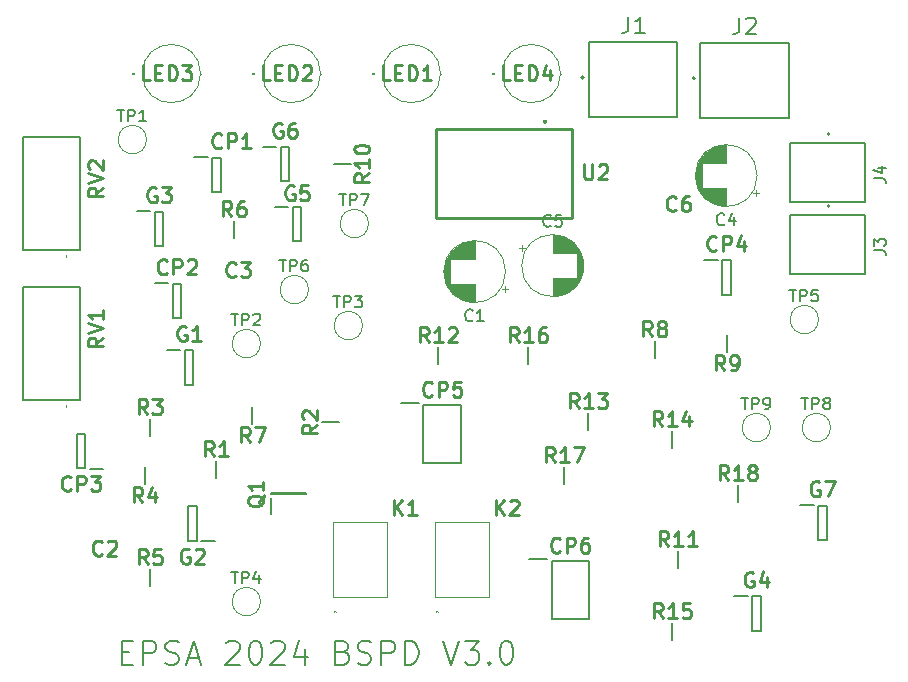
<source format=gbr>
%TF.GenerationSoftware,KiCad,Pcbnew,8.0.2*%
%TF.CreationDate,2024-06-16T16:42:43+02:00*%
%TF.ProjectId,bspdv3,62737064-7633-42e6-9b69-6361645f7063,rev?*%
%TF.SameCoordinates,Original*%
%TF.FileFunction,Legend,Top*%
%TF.FilePolarity,Positive*%
%FSLAX46Y46*%
G04 Gerber Fmt 4.6, Leading zero omitted, Abs format (unit mm)*
G04 Created by KiCad (PCBNEW 8.0.2) date 2024-06-16 16:42:43*
%MOMM*%
%LPD*%
G01*
G04 APERTURE LIST*
%ADD10C,0.200000*%
%ADD11C,0.254000*%
%ADD12C,0.150000*%
%ADD13C,0.120000*%
%ADD14C,0.100000*%
%ADD15C,0.127000*%
G04 APERTURE END LIST*
D10*
X27531768Y-69309219D02*
X28198435Y-69309219D01*
X28484149Y-70356838D02*
X27531768Y-70356838D01*
X27531768Y-70356838D02*
X27531768Y-68356838D01*
X27531768Y-68356838D02*
X28484149Y-68356838D01*
X29341292Y-70356838D02*
X29341292Y-68356838D01*
X29341292Y-68356838D02*
X30103197Y-68356838D01*
X30103197Y-68356838D02*
X30293673Y-68452076D01*
X30293673Y-68452076D02*
X30388911Y-68547314D01*
X30388911Y-68547314D02*
X30484149Y-68737790D01*
X30484149Y-68737790D02*
X30484149Y-69023504D01*
X30484149Y-69023504D02*
X30388911Y-69213980D01*
X30388911Y-69213980D02*
X30293673Y-69309219D01*
X30293673Y-69309219D02*
X30103197Y-69404457D01*
X30103197Y-69404457D02*
X29341292Y-69404457D01*
X31246054Y-70261600D02*
X31531768Y-70356838D01*
X31531768Y-70356838D02*
X32007959Y-70356838D01*
X32007959Y-70356838D02*
X32198435Y-70261600D01*
X32198435Y-70261600D02*
X32293673Y-70166361D01*
X32293673Y-70166361D02*
X32388911Y-69975885D01*
X32388911Y-69975885D02*
X32388911Y-69785409D01*
X32388911Y-69785409D02*
X32293673Y-69594933D01*
X32293673Y-69594933D02*
X32198435Y-69499695D01*
X32198435Y-69499695D02*
X32007959Y-69404457D01*
X32007959Y-69404457D02*
X31627006Y-69309219D01*
X31627006Y-69309219D02*
X31436530Y-69213980D01*
X31436530Y-69213980D02*
X31341292Y-69118742D01*
X31341292Y-69118742D02*
X31246054Y-68928266D01*
X31246054Y-68928266D02*
X31246054Y-68737790D01*
X31246054Y-68737790D02*
X31341292Y-68547314D01*
X31341292Y-68547314D02*
X31436530Y-68452076D01*
X31436530Y-68452076D02*
X31627006Y-68356838D01*
X31627006Y-68356838D02*
X32103197Y-68356838D01*
X32103197Y-68356838D02*
X32388911Y-68452076D01*
X33150816Y-69785409D02*
X34103197Y-69785409D01*
X32960340Y-70356838D02*
X33627006Y-68356838D01*
X33627006Y-68356838D02*
X34293673Y-70356838D01*
X36388912Y-68547314D02*
X36484150Y-68452076D01*
X36484150Y-68452076D02*
X36674626Y-68356838D01*
X36674626Y-68356838D02*
X37150817Y-68356838D01*
X37150817Y-68356838D02*
X37341293Y-68452076D01*
X37341293Y-68452076D02*
X37436531Y-68547314D01*
X37436531Y-68547314D02*
X37531769Y-68737790D01*
X37531769Y-68737790D02*
X37531769Y-68928266D01*
X37531769Y-68928266D02*
X37436531Y-69213980D01*
X37436531Y-69213980D02*
X36293674Y-70356838D01*
X36293674Y-70356838D02*
X37531769Y-70356838D01*
X38769864Y-68356838D02*
X38960341Y-68356838D01*
X38960341Y-68356838D02*
X39150817Y-68452076D01*
X39150817Y-68452076D02*
X39246055Y-68547314D01*
X39246055Y-68547314D02*
X39341293Y-68737790D01*
X39341293Y-68737790D02*
X39436531Y-69118742D01*
X39436531Y-69118742D02*
X39436531Y-69594933D01*
X39436531Y-69594933D02*
X39341293Y-69975885D01*
X39341293Y-69975885D02*
X39246055Y-70166361D01*
X39246055Y-70166361D02*
X39150817Y-70261600D01*
X39150817Y-70261600D02*
X38960341Y-70356838D01*
X38960341Y-70356838D02*
X38769864Y-70356838D01*
X38769864Y-70356838D02*
X38579388Y-70261600D01*
X38579388Y-70261600D02*
X38484150Y-70166361D01*
X38484150Y-70166361D02*
X38388912Y-69975885D01*
X38388912Y-69975885D02*
X38293674Y-69594933D01*
X38293674Y-69594933D02*
X38293674Y-69118742D01*
X38293674Y-69118742D02*
X38388912Y-68737790D01*
X38388912Y-68737790D02*
X38484150Y-68547314D01*
X38484150Y-68547314D02*
X38579388Y-68452076D01*
X38579388Y-68452076D02*
X38769864Y-68356838D01*
X40198436Y-68547314D02*
X40293674Y-68452076D01*
X40293674Y-68452076D02*
X40484150Y-68356838D01*
X40484150Y-68356838D02*
X40960341Y-68356838D01*
X40960341Y-68356838D02*
X41150817Y-68452076D01*
X41150817Y-68452076D02*
X41246055Y-68547314D01*
X41246055Y-68547314D02*
X41341293Y-68737790D01*
X41341293Y-68737790D02*
X41341293Y-68928266D01*
X41341293Y-68928266D02*
X41246055Y-69213980D01*
X41246055Y-69213980D02*
X40103198Y-70356838D01*
X40103198Y-70356838D02*
X41341293Y-70356838D01*
X43055579Y-69023504D02*
X43055579Y-70356838D01*
X42579388Y-68261600D02*
X42103198Y-69690171D01*
X42103198Y-69690171D02*
X43341293Y-69690171D01*
X46293675Y-69309219D02*
X46579389Y-69404457D01*
X46579389Y-69404457D02*
X46674627Y-69499695D01*
X46674627Y-69499695D02*
X46769865Y-69690171D01*
X46769865Y-69690171D02*
X46769865Y-69975885D01*
X46769865Y-69975885D02*
X46674627Y-70166361D01*
X46674627Y-70166361D02*
X46579389Y-70261600D01*
X46579389Y-70261600D02*
X46388913Y-70356838D01*
X46388913Y-70356838D02*
X45627008Y-70356838D01*
X45627008Y-70356838D02*
X45627008Y-68356838D01*
X45627008Y-68356838D02*
X46293675Y-68356838D01*
X46293675Y-68356838D02*
X46484151Y-68452076D01*
X46484151Y-68452076D02*
X46579389Y-68547314D01*
X46579389Y-68547314D02*
X46674627Y-68737790D01*
X46674627Y-68737790D02*
X46674627Y-68928266D01*
X46674627Y-68928266D02*
X46579389Y-69118742D01*
X46579389Y-69118742D02*
X46484151Y-69213980D01*
X46484151Y-69213980D02*
X46293675Y-69309219D01*
X46293675Y-69309219D02*
X45627008Y-69309219D01*
X47531770Y-70261600D02*
X47817484Y-70356838D01*
X47817484Y-70356838D02*
X48293675Y-70356838D01*
X48293675Y-70356838D02*
X48484151Y-70261600D01*
X48484151Y-70261600D02*
X48579389Y-70166361D01*
X48579389Y-70166361D02*
X48674627Y-69975885D01*
X48674627Y-69975885D02*
X48674627Y-69785409D01*
X48674627Y-69785409D02*
X48579389Y-69594933D01*
X48579389Y-69594933D02*
X48484151Y-69499695D01*
X48484151Y-69499695D02*
X48293675Y-69404457D01*
X48293675Y-69404457D02*
X47912722Y-69309219D01*
X47912722Y-69309219D02*
X47722246Y-69213980D01*
X47722246Y-69213980D02*
X47627008Y-69118742D01*
X47627008Y-69118742D02*
X47531770Y-68928266D01*
X47531770Y-68928266D02*
X47531770Y-68737790D01*
X47531770Y-68737790D02*
X47627008Y-68547314D01*
X47627008Y-68547314D02*
X47722246Y-68452076D01*
X47722246Y-68452076D02*
X47912722Y-68356838D01*
X47912722Y-68356838D02*
X48388913Y-68356838D01*
X48388913Y-68356838D02*
X48674627Y-68452076D01*
X49531770Y-70356838D02*
X49531770Y-68356838D01*
X49531770Y-68356838D02*
X50293675Y-68356838D01*
X50293675Y-68356838D02*
X50484151Y-68452076D01*
X50484151Y-68452076D02*
X50579389Y-68547314D01*
X50579389Y-68547314D02*
X50674627Y-68737790D01*
X50674627Y-68737790D02*
X50674627Y-69023504D01*
X50674627Y-69023504D02*
X50579389Y-69213980D01*
X50579389Y-69213980D02*
X50484151Y-69309219D01*
X50484151Y-69309219D02*
X50293675Y-69404457D01*
X50293675Y-69404457D02*
X49531770Y-69404457D01*
X51531770Y-70356838D02*
X51531770Y-68356838D01*
X51531770Y-68356838D02*
X52007960Y-68356838D01*
X52007960Y-68356838D02*
X52293675Y-68452076D01*
X52293675Y-68452076D02*
X52484151Y-68642552D01*
X52484151Y-68642552D02*
X52579389Y-68833028D01*
X52579389Y-68833028D02*
X52674627Y-69213980D01*
X52674627Y-69213980D02*
X52674627Y-69499695D01*
X52674627Y-69499695D02*
X52579389Y-69880647D01*
X52579389Y-69880647D02*
X52484151Y-70071123D01*
X52484151Y-70071123D02*
X52293675Y-70261600D01*
X52293675Y-70261600D02*
X52007960Y-70356838D01*
X52007960Y-70356838D02*
X51531770Y-70356838D01*
X54769866Y-68356838D02*
X55436532Y-70356838D01*
X55436532Y-70356838D02*
X56103199Y-68356838D01*
X56579390Y-68356838D02*
X57817485Y-68356838D01*
X57817485Y-68356838D02*
X57150818Y-69118742D01*
X57150818Y-69118742D02*
X57436533Y-69118742D01*
X57436533Y-69118742D02*
X57627009Y-69213980D01*
X57627009Y-69213980D02*
X57722247Y-69309219D01*
X57722247Y-69309219D02*
X57817485Y-69499695D01*
X57817485Y-69499695D02*
X57817485Y-69975885D01*
X57817485Y-69975885D02*
X57722247Y-70166361D01*
X57722247Y-70166361D02*
X57627009Y-70261600D01*
X57627009Y-70261600D02*
X57436533Y-70356838D01*
X57436533Y-70356838D02*
X56865104Y-70356838D01*
X56865104Y-70356838D02*
X56674628Y-70261600D01*
X56674628Y-70261600D02*
X56579390Y-70166361D01*
X58674628Y-70166361D02*
X58769866Y-70261600D01*
X58769866Y-70261600D02*
X58674628Y-70356838D01*
X58674628Y-70356838D02*
X58579390Y-70261600D01*
X58579390Y-70261600D02*
X58674628Y-70166361D01*
X58674628Y-70166361D02*
X58674628Y-70356838D01*
X60007961Y-68356838D02*
X60198438Y-68356838D01*
X60198438Y-68356838D02*
X60388914Y-68452076D01*
X60388914Y-68452076D02*
X60484152Y-68547314D01*
X60484152Y-68547314D02*
X60579390Y-68737790D01*
X60579390Y-68737790D02*
X60674628Y-69118742D01*
X60674628Y-69118742D02*
X60674628Y-69594933D01*
X60674628Y-69594933D02*
X60579390Y-69975885D01*
X60579390Y-69975885D02*
X60484152Y-70166361D01*
X60484152Y-70166361D02*
X60388914Y-70261600D01*
X60388914Y-70261600D02*
X60198438Y-70356838D01*
X60198438Y-70356838D02*
X60007961Y-70356838D01*
X60007961Y-70356838D02*
X59817485Y-70261600D01*
X59817485Y-70261600D02*
X59722247Y-70166361D01*
X59722247Y-70166361D02*
X59627009Y-69975885D01*
X59627009Y-69975885D02*
X59531771Y-69594933D01*
X59531771Y-69594933D02*
X59531771Y-69118742D01*
X59531771Y-69118742D02*
X59627009Y-68737790D01*
X59627009Y-68737790D02*
X59722247Y-68547314D01*
X59722247Y-68547314D02*
X59817485Y-68452076D01*
X59817485Y-68452076D02*
X60007961Y-68356838D01*
D11*
X29748432Y-61864347D02*
X29325098Y-61259585D01*
X29022717Y-61864347D02*
X29022717Y-60594347D01*
X29022717Y-60594347D02*
X29506527Y-60594347D01*
X29506527Y-60594347D02*
X29627479Y-60654823D01*
X29627479Y-60654823D02*
X29687956Y-60715299D01*
X29687956Y-60715299D02*
X29748432Y-60836251D01*
X29748432Y-60836251D02*
X29748432Y-61017680D01*
X29748432Y-61017680D02*
X29687956Y-61138632D01*
X29687956Y-61138632D02*
X29627479Y-61199109D01*
X29627479Y-61199109D02*
X29506527Y-61259585D01*
X29506527Y-61259585D02*
X29022717Y-61259585D01*
X30897479Y-60594347D02*
X30292717Y-60594347D01*
X30292717Y-60594347D02*
X30232241Y-61199109D01*
X30232241Y-61199109D02*
X30292717Y-61138632D01*
X30292717Y-61138632D02*
X30413670Y-61078156D01*
X30413670Y-61078156D02*
X30716051Y-61078156D01*
X30716051Y-61078156D02*
X30837003Y-61138632D01*
X30837003Y-61138632D02*
X30897479Y-61199109D01*
X30897479Y-61199109D02*
X30957956Y-61320061D01*
X30957956Y-61320061D02*
X30957956Y-61622442D01*
X30957956Y-61622442D02*
X30897479Y-61743394D01*
X30897479Y-61743394D02*
X30837003Y-61803871D01*
X30837003Y-61803871D02*
X30716051Y-61864347D01*
X30716051Y-61864347D02*
X30413670Y-61864347D01*
X30413670Y-61864347D02*
X30292717Y-61803871D01*
X30292717Y-61803871D02*
X30232241Y-61743394D01*
X41099857Y-24549755D02*
X40978904Y-24489279D01*
X40978904Y-24489279D02*
X40797476Y-24489279D01*
X40797476Y-24489279D02*
X40616047Y-24549755D01*
X40616047Y-24549755D02*
X40495095Y-24670707D01*
X40495095Y-24670707D02*
X40434618Y-24791660D01*
X40434618Y-24791660D02*
X40374142Y-25033564D01*
X40374142Y-25033564D02*
X40374142Y-25214993D01*
X40374142Y-25214993D02*
X40434618Y-25456898D01*
X40434618Y-25456898D02*
X40495095Y-25577850D01*
X40495095Y-25577850D02*
X40616047Y-25698803D01*
X40616047Y-25698803D02*
X40797476Y-25759279D01*
X40797476Y-25759279D02*
X40918428Y-25759279D01*
X40918428Y-25759279D02*
X41099857Y-25698803D01*
X41099857Y-25698803D02*
X41160333Y-25638326D01*
X41160333Y-25638326D02*
X41160333Y-25214993D01*
X41160333Y-25214993D02*
X40918428Y-25214993D01*
X42248904Y-24489279D02*
X42006999Y-24489279D01*
X42006999Y-24489279D02*
X41886047Y-24549755D01*
X41886047Y-24549755D02*
X41825571Y-24610231D01*
X41825571Y-24610231D02*
X41704618Y-24791660D01*
X41704618Y-24791660D02*
X41644142Y-25033564D01*
X41644142Y-25033564D02*
X41644142Y-25517374D01*
X41644142Y-25517374D02*
X41704618Y-25638326D01*
X41704618Y-25638326D02*
X41765095Y-25698803D01*
X41765095Y-25698803D02*
X41886047Y-25759279D01*
X41886047Y-25759279D02*
X42127952Y-25759279D01*
X42127952Y-25759279D02*
X42248904Y-25698803D01*
X42248904Y-25698803D02*
X42309380Y-25638326D01*
X42309380Y-25638326D02*
X42369857Y-25517374D01*
X42369857Y-25517374D02*
X42369857Y-25214993D01*
X42369857Y-25214993D02*
X42309380Y-25094041D01*
X42309380Y-25094041D02*
X42248904Y-25033564D01*
X42248904Y-25033564D02*
X42127952Y-24973088D01*
X42127952Y-24973088D02*
X41886047Y-24973088D01*
X41886047Y-24973088D02*
X41765095Y-25033564D01*
X41765095Y-25033564D02*
X41704618Y-25094041D01*
X41704618Y-25094041D02*
X41644142Y-25214993D01*
X73313670Y-50180347D02*
X72890336Y-49575585D01*
X72587955Y-50180347D02*
X72587955Y-48910347D01*
X72587955Y-48910347D02*
X73071765Y-48910347D01*
X73071765Y-48910347D02*
X73192717Y-48970823D01*
X73192717Y-48970823D02*
X73253194Y-49031299D01*
X73253194Y-49031299D02*
X73313670Y-49152251D01*
X73313670Y-49152251D02*
X73313670Y-49333680D01*
X73313670Y-49333680D02*
X73253194Y-49454632D01*
X73253194Y-49454632D02*
X73192717Y-49515109D01*
X73192717Y-49515109D02*
X73071765Y-49575585D01*
X73071765Y-49575585D02*
X72587955Y-49575585D01*
X74523194Y-50180347D02*
X73797479Y-50180347D01*
X74160336Y-50180347D02*
X74160336Y-48910347D01*
X74160336Y-48910347D02*
X74039384Y-49091775D01*
X74039384Y-49091775D02*
X73918432Y-49212728D01*
X73918432Y-49212728D02*
X73797479Y-49273204D01*
X75611765Y-49333680D02*
X75611765Y-50180347D01*
X75309384Y-48849871D02*
X75007003Y-49757013D01*
X75007003Y-49757013D02*
X75793194Y-49757013D01*
D12*
X27186095Y-23364819D02*
X27757523Y-23364819D01*
X27471809Y-24364819D02*
X27471809Y-23364819D01*
X28090857Y-24364819D02*
X28090857Y-23364819D01*
X28090857Y-23364819D02*
X28471809Y-23364819D01*
X28471809Y-23364819D02*
X28567047Y-23412438D01*
X28567047Y-23412438D02*
X28614666Y-23460057D01*
X28614666Y-23460057D02*
X28662285Y-23555295D01*
X28662285Y-23555295D02*
X28662285Y-23698152D01*
X28662285Y-23698152D02*
X28614666Y-23793390D01*
X28614666Y-23793390D02*
X28567047Y-23841009D01*
X28567047Y-23841009D02*
X28471809Y-23888628D01*
X28471809Y-23888628D02*
X28090857Y-23888628D01*
X29614666Y-24364819D02*
X29043238Y-24364819D01*
X29328952Y-24364819D02*
X29328952Y-23364819D01*
X29328952Y-23364819D02*
X29233714Y-23507676D01*
X29233714Y-23507676D02*
X29138476Y-23602914D01*
X29138476Y-23602914D02*
X29043238Y-23650533D01*
D11*
X23253333Y-55532404D02*
X23192857Y-55592881D01*
X23192857Y-55592881D02*
X23011428Y-55653357D01*
X23011428Y-55653357D02*
X22890476Y-55653357D01*
X22890476Y-55653357D02*
X22709047Y-55592881D01*
X22709047Y-55592881D02*
X22588095Y-55471928D01*
X22588095Y-55471928D02*
X22527618Y-55350976D01*
X22527618Y-55350976D02*
X22467142Y-55109071D01*
X22467142Y-55109071D02*
X22467142Y-54927642D01*
X22467142Y-54927642D02*
X22527618Y-54685738D01*
X22527618Y-54685738D02*
X22588095Y-54564785D01*
X22588095Y-54564785D02*
X22709047Y-54443833D01*
X22709047Y-54443833D02*
X22890476Y-54383357D01*
X22890476Y-54383357D02*
X23011428Y-54383357D01*
X23011428Y-54383357D02*
X23192857Y-54443833D01*
X23192857Y-54443833D02*
X23253333Y-54504309D01*
X23797618Y-55653357D02*
X23797618Y-54383357D01*
X23797618Y-54383357D02*
X24281428Y-54383357D01*
X24281428Y-54383357D02*
X24402380Y-54443833D01*
X24402380Y-54443833D02*
X24462857Y-54504309D01*
X24462857Y-54504309D02*
X24523333Y-54625261D01*
X24523333Y-54625261D02*
X24523333Y-54806690D01*
X24523333Y-54806690D02*
X24462857Y-54927642D01*
X24462857Y-54927642D02*
X24402380Y-54988119D01*
X24402380Y-54988119D02*
X24281428Y-55048595D01*
X24281428Y-55048595D02*
X23797618Y-55048595D01*
X24946666Y-54383357D02*
X25732857Y-54383357D01*
X25732857Y-54383357D02*
X25309523Y-54867166D01*
X25309523Y-54867166D02*
X25490952Y-54867166D01*
X25490952Y-54867166D02*
X25611904Y-54927642D01*
X25611904Y-54927642D02*
X25672380Y-54988119D01*
X25672380Y-54988119D02*
X25732857Y-55109071D01*
X25732857Y-55109071D02*
X25732857Y-55411452D01*
X25732857Y-55411452D02*
X25672380Y-55532404D01*
X25672380Y-55532404D02*
X25611904Y-55592881D01*
X25611904Y-55592881D02*
X25490952Y-55653357D01*
X25490952Y-55653357D02*
X25128095Y-55653357D01*
X25128095Y-55653357D02*
X25007142Y-55592881D01*
X25007142Y-55592881D02*
X24946666Y-55532404D01*
X77893333Y-35224326D02*
X77832857Y-35284803D01*
X77832857Y-35284803D02*
X77651428Y-35345279D01*
X77651428Y-35345279D02*
X77530476Y-35345279D01*
X77530476Y-35345279D02*
X77349047Y-35284803D01*
X77349047Y-35284803D02*
X77228095Y-35163850D01*
X77228095Y-35163850D02*
X77167618Y-35042898D01*
X77167618Y-35042898D02*
X77107142Y-34800993D01*
X77107142Y-34800993D02*
X77107142Y-34619564D01*
X77107142Y-34619564D02*
X77167618Y-34377660D01*
X77167618Y-34377660D02*
X77228095Y-34256707D01*
X77228095Y-34256707D02*
X77349047Y-34135755D01*
X77349047Y-34135755D02*
X77530476Y-34075279D01*
X77530476Y-34075279D02*
X77651428Y-34075279D01*
X77651428Y-34075279D02*
X77832857Y-34135755D01*
X77832857Y-34135755D02*
X77893333Y-34196231D01*
X78437618Y-35345279D02*
X78437618Y-34075279D01*
X78437618Y-34075279D02*
X78921428Y-34075279D01*
X78921428Y-34075279D02*
X79042380Y-34135755D01*
X79042380Y-34135755D02*
X79102857Y-34196231D01*
X79102857Y-34196231D02*
X79163333Y-34317183D01*
X79163333Y-34317183D02*
X79163333Y-34498612D01*
X79163333Y-34498612D02*
X79102857Y-34619564D01*
X79102857Y-34619564D02*
X79042380Y-34680041D01*
X79042380Y-34680041D02*
X78921428Y-34740517D01*
X78921428Y-34740517D02*
X78437618Y-34740517D01*
X80251904Y-34498612D02*
X80251904Y-35345279D01*
X79949523Y-34014803D02*
X79647142Y-34921945D01*
X79647142Y-34921945D02*
X80433333Y-34921945D01*
X29722432Y-49164347D02*
X29299098Y-48559585D01*
X28996717Y-49164347D02*
X28996717Y-47894347D01*
X28996717Y-47894347D02*
X29480527Y-47894347D01*
X29480527Y-47894347D02*
X29601479Y-47954823D01*
X29601479Y-47954823D02*
X29661956Y-48015299D01*
X29661956Y-48015299D02*
X29722432Y-48136251D01*
X29722432Y-48136251D02*
X29722432Y-48317680D01*
X29722432Y-48317680D02*
X29661956Y-48438632D01*
X29661956Y-48438632D02*
X29601479Y-48499109D01*
X29601479Y-48499109D02*
X29480527Y-48559585D01*
X29480527Y-48559585D02*
X28996717Y-48559585D01*
X30145765Y-47894347D02*
X30931956Y-47894347D01*
X30931956Y-47894347D02*
X30508622Y-48378156D01*
X30508622Y-48378156D02*
X30690051Y-48378156D01*
X30690051Y-48378156D02*
X30811003Y-48438632D01*
X30811003Y-48438632D02*
X30871479Y-48499109D01*
X30871479Y-48499109D02*
X30931956Y-48620061D01*
X30931956Y-48620061D02*
X30931956Y-48922442D01*
X30931956Y-48922442D02*
X30871479Y-49043394D01*
X30871479Y-49043394D02*
X30811003Y-49103871D01*
X30811003Y-49103871D02*
X30690051Y-49164347D01*
X30690051Y-49164347D02*
X30327194Y-49164347D01*
X30327194Y-49164347D02*
X30206241Y-49103871D01*
X30206241Y-49103871D02*
X30145765Y-49043394D01*
X31381333Y-37190326D02*
X31320857Y-37250803D01*
X31320857Y-37250803D02*
X31139428Y-37311279D01*
X31139428Y-37311279D02*
X31018476Y-37311279D01*
X31018476Y-37311279D02*
X30837047Y-37250803D01*
X30837047Y-37250803D02*
X30716095Y-37129850D01*
X30716095Y-37129850D02*
X30655618Y-37008898D01*
X30655618Y-37008898D02*
X30595142Y-36766993D01*
X30595142Y-36766993D02*
X30595142Y-36585564D01*
X30595142Y-36585564D02*
X30655618Y-36343660D01*
X30655618Y-36343660D02*
X30716095Y-36222707D01*
X30716095Y-36222707D02*
X30837047Y-36101755D01*
X30837047Y-36101755D02*
X31018476Y-36041279D01*
X31018476Y-36041279D02*
X31139428Y-36041279D01*
X31139428Y-36041279D02*
X31320857Y-36101755D01*
X31320857Y-36101755D02*
X31381333Y-36162231D01*
X31925618Y-37311279D02*
X31925618Y-36041279D01*
X31925618Y-36041279D02*
X32409428Y-36041279D01*
X32409428Y-36041279D02*
X32530380Y-36101755D01*
X32530380Y-36101755D02*
X32590857Y-36162231D01*
X32590857Y-36162231D02*
X32651333Y-36283183D01*
X32651333Y-36283183D02*
X32651333Y-36464612D01*
X32651333Y-36464612D02*
X32590857Y-36585564D01*
X32590857Y-36585564D02*
X32530380Y-36646041D01*
X32530380Y-36646041D02*
X32409428Y-36706517D01*
X32409428Y-36706517D02*
X31925618Y-36706517D01*
X33135142Y-36162231D02*
X33195618Y-36101755D01*
X33195618Y-36101755D02*
X33316571Y-36041279D01*
X33316571Y-36041279D02*
X33618952Y-36041279D01*
X33618952Y-36041279D02*
X33739904Y-36101755D01*
X33739904Y-36101755D02*
X33800380Y-36162231D01*
X33800380Y-36162231D02*
X33860857Y-36283183D01*
X33860857Y-36283183D02*
X33860857Y-36404136D01*
X33860857Y-36404136D02*
X33800380Y-36585564D01*
X33800380Y-36585564D02*
X33074666Y-37311279D01*
X33074666Y-37311279D02*
X33860857Y-37311279D01*
X33255857Y-60605833D02*
X33134904Y-60545357D01*
X33134904Y-60545357D02*
X32953476Y-60545357D01*
X32953476Y-60545357D02*
X32772047Y-60605833D01*
X32772047Y-60605833D02*
X32651095Y-60726785D01*
X32651095Y-60726785D02*
X32590618Y-60847738D01*
X32590618Y-60847738D02*
X32530142Y-61089642D01*
X32530142Y-61089642D02*
X32530142Y-61271071D01*
X32530142Y-61271071D02*
X32590618Y-61512976D01*
X32590618Y-61512976D02*
X32651095Y-61633928D01*
X32651095Y-61633928D02*
X32772047Y-61754881D01*
X32772047Y-61754881D02*
X32953476Y-61815357D01*
X32953476Y-61815357D02*
X33074428Y-61815357D01*
X33074428Y-61815357D02*
X33255857Y-61754881D01*
X33255857Y-61754881D02*
X33316333Y-61694404D01*
X33316333Y-61694404D02*
X33316333Y-61271071D01*
X33316333Y-61271071D02*
X33074428Y-61271071D01*
X33800142Y-60666309D02*
X33860618Y-60605833D01*
X33860618Y-60605833D02*
X33981571Y-60545357D01*
X33981571Y-60545357D02*
X34283952Y-60545357D01*
X34283952Y-60545357D02*
X34404904Y-60605833D01*
X34404904Y-60605833D02*
X34465380Y-60666309D01*
X34465380Y-60666309D02*
X34525857Y-60787261D01*
X34525857Y-60787261D02*
X34525857Y-60908214D01*
X34525857Y-60908214D02*
X34465380Y-61089642D01*
X34465380Y-61089642D02*
X33739666Y-61815357D01*
X33739666Y-61815357D02*
X34525857Y-61815357D01*
X35983333Y-26522326D02*
X35922857Y-26582803D01*
X35922857Y-26582803D02*
X35741428Y-26643279D01*
X35741428Y-26643279D02*
X35620476Y-26643279D01*
X35620476Y-26643279D02*
X35439047Y-26582803D01*
X35439047Y-26582803D02*
X35318095Y-26461850D01*
X35318095Y-26461850D02*
X35257618Y-26340898D01*
X35257618Y-26340898D02*
X35197142Y-26098993D01*
X35197142Y-26098993D02*
X35197142Y-25917564D01*
X35197142Y-25917564D02*
X35257618Y-25675660D01*
X35257618Y-25675660D02*
X35318095Y-25554707D01*
X35318095Y-25554707D02*
X35439047Y-25433755D01*
X35439047Y-25433755D02*
X35620476Y-25373279D01*
X35620476Y-25373279D02*
X35741428Y-25373279D01*
X35741428Y-25373279D02*
X35922857Y-25433755D01*
X35922857Y-25433755D02*
X35983333Y-25494231D01*
X36527618Y-26643279D02*
X36527618Y-25373279D01*
X36527618Y-25373279D02*
X37011428Y-25373279D01*
X37011428Y-25373279D02*
X37132380Y-25433755D01*
X37132380Y-25433755D02*
X37192857Y-25494231D01*
X37192857Y-25494231D02*
X37253333Y-25615183D01*
X37253333Y-25615183D02*
X37253333Y-25796612D01*
X37253333Y-25796612D02*
X37192857Y-25917564D01*
X37192857Y-25917564D02*
X37132380Y-25978041D01*
X37132380Y-25978041D02*
X37011428Y-26038517D01*
X37011428Y-26038517D02*
X36527618Y-26038517D01*
X38462857Y-26643279D02*
X37737142Y-26643279D01*
X38099999Y-26643279D02*
X38099999Y-25373279D01*
X38099999Y-25373279D02*
X37979047Y-25554707D01*
X37979047Y-25554707D02*
X37858095Y-25675660D01*
X37858095Y-25675660D02*
X37737142Y-25736136D01*
D12*
X57253333Y-41193580D02*
X57205714Y-41241200D01*
X57205714Y-41241200D02*
X57062857Y-41288819D01*
X57062857Y-41288819D02*
X56967619Y-41288819D01*
X56967619Y-41288819D02*
X56824762Y-41241200D01*
X56824762Y-41241200D02*
X56729524Y-41145961D01*
X56729524Y-41145961D02*
X56681905Y-41050723D01*
X56681905Y-41050723D02*
X56634286Y-40860247D01*
X56634286Y-40860247D02*
X56634286Y-40717390D01*
X56634286Y-40717390D02*
X56681905Y-40526914D01*
X56681905Y-40526914D02*
X56729524Y-40431676D01*
X56729524Y-40431676D02*
X56824762Y-40336438D01*
X56824762Y-40336438D02*
X56967619Y-40288819D01*
X56967619Y-40288819D02*
X57062857Y-40288819D01*
X57062857Y-40288819D02*
X57205714Y-40336438D01*
X57205714Y-40336438D02*
X57253333Y-40384057D01*
X58205714Y-41288819D02*
X57634286Y-41288819D01*
X57920000Y-41288819D02*
X57920000Y-40288819D01*
X57920000Y-40288819D02*
X57824762Y-40431676D01*
X57824762Y-40431676D02*
X57729524Y-40526914D01*
X57729524Y-40526914D02*
X57634286Y-40574533D01*
D11*
X30431857Y-30005755D02*
X30310904Y-29945279D01*
X30310904Y-29945279D02*
X30129476Y-29945279D01*
X30129476Y-29945279D02*
X29948047Y-30005755D01*
X29948047Y-30005755D02*
X29827095Y-30126707D01*
X29827095Y-30126707D02*
X29766618Y-30247660D01*
X29766618Y-30247660D02*
X29706142Y-30489564D01*
X29706142Y-30489564D02*
X29706142Y-30670993D01*
X29706142Y-30670993D02*
X29766618Y-30912898D01*
X29766618Y-30912898D02*
X29827095Y-31033850D01*
X29827095Y-31033850D02*
X29948047Y-31154803D01*
X29948047Y-31154803D02*
X30129476Y-31215279D01*
X30129476Y-31215279D02*
X30250428Y-31215279D01*
X30250428Y-31215279D02*
X30431857Y-31154803D01*
X30431857Y-31154803D02*
X30492333Y-31094326D01*
X30492333Y-31094326D02*
X30492333Y-30670993D01*
X30492333Y-30670993D02*
X30250428Y-30670993D01*
X30915666Y-29945279D02*
X31701857Y-29945279D01*
X31701857Y-29945279D02*
X31278523Y-30429088D01*
X31278523Y-30429088D02*
X31459952Y-30429088D01*
X31459952Y-30429088D02*
X31580904Y-30489564D01*
X31580904Y-30489564D02*
X31641380Y-30550041D01*
X31641380Y-30550041D02*
X31701857Y-30670993D01*
X31701857Y-30670993D02*
X31701857Y-30973374D01*
X31701857Y-30973374D02*
X31641380Y-31094326D01*
X31641380Y-31094326D02*
X31580904Y-31154803D01*
X31580904Y-31154803D02*
X31459952Y-31215279D01*
X31459952Y-31215279D02*
X31097095Y-31215279D01*
X31097095Y-31215279D02*
X30976142Y-31154803D01*
X30976142Y-31154803D02*
X30915666Y-31094326D01*
X40103809Y-20894318D02*
X39499047Y-20894318D01*
X39499047Y-20894318D02*
X39499047Y-19624318D01*
X40527142Y-20229080D02*
X40950476Y-20229080D01*
X41131904Y-20894318D02*
X40527142Y-20894318D01*
X40527142Y-20894318D02*
X40527142Y-19624318D01*
X40527142Y-19624318D02*
X41131904Y-19624318D01*
X41676190Y-20894318D02*
X41676190Y-19624318D01*
X41676190Y-19624318D02*
X41978571Y-19624318D01*
X41978571Y-19624318D02*
X42160000Y-19684794D01*
X42160000Y-19684794D02*
X42280952Y-19805746D01*
X42280952Y-19805746D02*
X42341429Y-19926699D01*
X42341429Y-19926699D02*
X42401905Y-20168603D01*
X42401905Y-20168603D02*
X42401905Y-20350032D01*
X42401905Y-20350032D02*
X42341429Y-20591937D01*
X42341429Y-20591937D02*
X42280952Y-20712889D01*
X42280952Y-20712889D02*
X42160000Y-20833842D01*
X42160000Y-20833842D02*
X41978571Y-20894318D01*
X41978571Y-20894318D02*
X41676190Y-20894318D01*
X42885714Y-19745270D02*
X42946190Y-19684794D01*
X42946190Y-19684794D02*
X43067143Y-19624318D01*
X43067143Y-19624318D02*
X43369524Y-19624318D01*
X43369524Y-19624318D02*
X43490476Y-19684794D01*
X43490476Y-19684794D02*
X43550952Y-19745270D01*
X43550952Y-19745270D02*
X43611429Y-19866222D01*
X43611429Y-19866222D02*
X43611429Y-19987175D01*
X43611429Y-19987175D02*
X43550952Y-20168603D01*
X43550952Y-20168603D02*
X42825238Y-20894318D01*
X42825238Y-20894318D02*
X43611429Y-20894318D01*
X36834432Y-32400347D02*
X36411098Y-31795585D01*
X36108717Y-32400347D02*
X36108717Y-31130347D01*
X36108717Y-31130347D02*
X36592527Y-31130347D01*
X36592527Y-31130347D02*
X36713479Y-31190823D01*
X36713479Y-31190823D02*
X36773956Y-31251299D01*
X36773956Y-31251299D02*
X36834432Y-31372251D01*
X36834432Y-31372251D02*
X36834432Y-31553680D01*
X36834432Y-31553680D02*
X36773956Y-31674632D01*
X36773956Y-31674632D02*
X36713479Y-31735109D01*
X36713479Y-31735109D02*
X36592527Y-31795585D01*
X36592527Y-31795585D02*
X36108717Y-31795585D01*
X37923003Y-31130347D02*
X37681098Y-31130347D01*
X37681098Y-31130347D02*
X37560146Y-31190823D01*
X37560146Y-31190823D02*
X37499670Y-31251299D01*
X37499670Y-31251299D02*
X37378717Y-31432728D01*
X37378717Y-31432728D02*
X37318241Y-31674632D01*
X37318241Y-31674632D02*
X37318241Y-32158442D01*
X37318241Y-32158442D02*
X37378717Y-32279394D01*
X37378717Y-32279394D02*
X37439194Y-32339871D01*
X37439194Y-32339871D02*
X37560146Y-32400347D01*
X37560146Y-32400347D02*
X37802051Y-32400347D01*
X37802051Y-32400347D02*
X37923003Y-32339871D01*
X37923003Y-32339871D02*
X37983479Y-32279394D01*
X37983479Y-32279394D02*
X38043956Y-32158442D01*
X38043956Y-32158442D02*
X38043956Y-31856061D01*
X38043956Y-31856061D02*
X37983479Y-31735109D01*
X37983479Y-31735109D02*
X37923003Y-31674632D01*
X37923003Y-31674632D02*
X37802051Y-31614156D01*
X37802051Y-31614156D02*
X37560146Y-31614156D01*
X37560146Y-31614156D02*
X37439194Y-31674632D01*
X37439194Y-31674632D02*
X37378717Y-31735109D01*
X37378717Y-31735109D02*
X37318241Y-31856061D01*
X48504289Y-28770527D02*
X47899527Y-29193861D01*
X48504289Y-29496242D02*
X47234289Y-29496242D01*
X47234289Y-29496242D02*
X47234289Y-29012432D01*
X47234289Y-29012432D02*
X47294765Y-28891480D01*
X47294765Y-28891480D02*
X47355241Y-28831003D01*
X47355241Y-28831003D02*
X47476193Y-28770527D01*
X47476193Y-28770527D02*
X47657622Y-28770527D01*
X47657622Y-28770527D02*
X47778574Y-28831003D01*
X47778574Y-28831003D02*
X47839051Y-28891480D01*
X47839051Y-28891480D02*
X47899527Y-29012432D01*
X47899527Y-29012432D02*
X47899527Y-29496242D01*
X48504289Y-27561003D02*
X48504289Y-28286718D01*
X48504289Y-27923861D02*
X47234289Y-27923861D01*
X47234289Y-27923861D02*
X47415717Y-28044813D01*
X47415717Y-28044813D02*
X47536670Y-28165765D01*
X47536670Y-28165765D02*
X47597146Y-28286718D01*
X47234289Y-26774813D02*
X47234289Y-26653860D01*
X47234289Y-26653860D02*
X47294765Y-26532908D01*
X47294765Y-26532908D02*
X47355241Y-26472432D01*
X47355241Y-26472432D02*
X47476193Y-26411956D01*
X47476193Y-26411956D02*
X47718098Y-26351479D01*
X47718098Y-26351479D02*
X48020479Y-26351479D01*
X48020479Y-26351479D02*
X48262384Y-26411956D01*
X48262384Y-26411956D02*
X48383336Y-26472432D01*
X48383336Y-26472432D02*
X48443813Y-26532908D01*
X48443813Y-26532908D02*
X48504289Y-26653860D01*
X48504289Y-26653860D02*
X48504289Y-26774813D01*
X48504289Y-26774813D02*
X48443813Y-26895765D01*
X48443813Y-26895765D02*
X48383336Y-26956241D01*
X48383336Y-26956241D02*
X48262384Y-27016718D01*
X48262384Y-27016718D02*
X48020479Y-27077194D01*
X48020479Y-27077194D02*
X47718098Y-27077194D01*
X47718098Y-27077194D02*
X47476193Y-27016718D01*
X47476193Y-27016718D02*
X47355241Y-26956241D01*
X47355241Y-26956241D02*
X47294765Y-26895765D01*
X47294765Y-26895765D02*
X47234289Y-26774813D01*
X66671168Y-27997690D02*
X66671168Y-29025785D01*
X66671168Y-29025785D02*
X66731645Y-29146737D01*
X66731645Y-29146737D02*
X66792121Y-29207214D01*
X66792121Y-29207214D02*
X66913073Y-29267690D01*
X66913073Y-29267690D02*
X67154978Y-29267690D01*
X67154978Y-29267690D02*
X67275930Y-29207214D01*
X67275930Y-29207214D02*
X67336407Y-29146737D01*
X67336407Y-29146737D02*
X67396883Y-29025785D01*
X67396883Y-29025785D02*
X67396883Y-27997690D01*
X67941168Y-28118642D02*
X68001644Y-28058166D01*
X68001644Y-28058166D02*
X68122597Y-27997690D01*
X68122597Y-27997690D02*
X68424978Y-27997690D01*
X68424978Y-27997690D02*
X68545930Y-28058166D01*
X68545930Y-28058166D02*
X68606406Y-28118642D01*
X68606406Y-28118642D02*
X68666883Y-28239594D01*
X68666883Y-28239594D02*
X68666883Y-28360547D01*
X68666883Y-28360547D02*
X68606406Y-28541975D01*
X68606406Y-28541975D02*
X67880692Y-29267690D01*
X67880692Y-29267690D02*
X68666883Y-29267690D01*
X42115857Y-29844794D02*
X41994904Y-29784318D01*
X41994904Y-29784318D02*
X41813476Y-29784318D01*
X41813476Y-29784318D02*
X41632047Y-29844794D01*
X41632047Y-29844794D02*
X41511095Y-29965746D01*
X41511095Y-29965746D02*
X41450618Y-30086699D01*
X41450618Y-30086699D02*
X41390142Y-30328603D01*
X41390142Y-30328603D02*
X41390142Y-30510032D01*
X41390142Y-30510032D02*
X41450618Y-30751937D01*
X41450618Y-30751937D02*
X41511095Y-30872889D01*
X41511095Y-30872889D02*
X41632047Y-30993842D01*
X41632047Y-30993842D02*
X41813476Y-31054318D01*
X41813476Y-31054318D02*
X41934428Y-31054318D01*
X41934428Y-31054318D02*
X42115857Y-30993842D01*
X42115857Y-30993842D02*
X42176333Y-30933365D01*
X42176333Y-30933365D02*
X42176333Y-30510032D01*
X42176333Y-30510032D02*
X41934428Y-30510032D01*
X43325380Y-29784318D02*
X42720618Y-29784318D01*
X42720618Y-29784318D02*
X42660142Y-30389080D01*
X42660142Y-30389080D02*
X42720618Y-30328603D01*
X42720618Y-30328603D02*
X42841571Y-30268127D01*
X42841571Y-30268127D02*
X43143952Y-30268127D01*
X43143952Y-30268127D02*
X43264904Y-30328603D01*
X43264904Y-30328603D02*
X43325380Y-30389080D01*
X43325380Y-30389080D02*
X43385857Y-30510032D01*
X43385857Y-30510032D02*
X43385857Y-30812413D01*
X43385857Y-30812413D02*
X43325380Y-30933365D01*
X43325380Y-30933365D02*
X43264904Y-30993842D01*
X43264904Y-30993842D02*
X43143952Y-31054318D01*
X43143952Y-31054318D02*
X42841571Y-31054318D01*
X42841571Y-31054318D02*
X42720618Y-30993842D01*
X42720618Y-30993842D02*
X42660142Y-30933365D01*
X25974318Y-29965951D02*
X25369556Y-30389285D01*
X25974318Y-30691666D02*
X24704318Y-30691666D01*
X24704318Y-30691666D02*
X24704318Y-30207856D01*
X24704318Y-30207856D02*
X24764794Y-30086904D01*
X24764794Y-30086904D02*
X24825270Y-30026427D01*
X24825270Y-30026427D02*
X24946222Y-29965951D01*
X24946222Y-29965951D02*
X25127651Y-29965951D01*
X25127651Y-29965951D02*
X25248603Y-30026427D01*
X25248603Y-30026427D02*
X25309080Y-30086904D01*
X25309080Y-30086904D02*
X25369556Y-30207856D01*
X25369556Y-30207856D02*
X25369556Y-30691666D01*
X24704318Y-29603094D02*
X25974318Y-29179761D01*
X25974318Y-29179761D02*
X24704318Y-28756427D01*
X24825270Y-28393571D02*
X24764794Y-28333095D01*
X24764794Y-28333095D02*
X24704318Y-28212142D01*
X24704318Y-28212142D02*
X24704318Y-27909761D01*
X24704318Y-27909761D02*
X24764794Y-27788809D01*
X24764794Y-27788809D02*
X24825270Y-27728333D01*
X24825270Y-27728333D02*
X24946222Y-27667856D01*
X24946222Y-27667856D02*
X25067175Y-27667856D01*
X25067175Y-27667856D02*
X25248603Y-27728333D01*
X25248603Y-27728333D02*
X25974318Y-28454047D01*
X25974318Y-28454047D02*
X25974318Y-27667856D01*
D12*
X63857333Y-33185580D02*
X63809714Y-33233200D01*
X63809714Y-33233200D02*
X63666857Y-33280819D01*
X63666857Y-33280819D02*
X63571619Y-33280819D01*
X63571619Y-33280819D02*
X63428762Y-33233200D01*
X63428762Y-33233200D02*
X63333524Y-33137961D01*
X63333524Y-33137961D02*
X63285905Y-33042723D01*
X63285905Y-33042723D02*
X63238286Y-32852247D01*
X63238286Y-32852247D02*
X63238286Y-32709390D01*
X63238286Y-32709390D02*
X63285905Y-32518914D01*
X63285905Y-32518914D02*
X63333524Y-32423676D01*
X63333524Y-32423676D02*
X63428762Y-32328438D01*
X63428762Y-32328438D02*
X63571619Y-32280819D01*
X63571619Y-32280819D02*
X63666857Y-32280819D01*
X63666857Y-32280819D02*
X63809714Y-32328438D01*
X63809714Y-32328438D02*
X63857333Y-32376057D01*
X64762095Y-32280819D02*
X64285905Y-32280819D01*
X64285905Y-32280819D02*
X64238286Y-32757009D01*
X64238286Y-32757009D02*
X64285905Y-32709390D01*
X64285905Y-32709390D02*
X64381143Y-32661771D01*
X64381143Y-32661771D02*
X64619238Y-32661771D01*
X64619238Y-32661771D02*
X64714476Y-32709390D01*
X64714476Y-32709390D02*
X64762095Y-32757009D01*
X64762095Y-32757009D02*
X64809714Y-32852247D01*
X64809714Y-32852247D02*
X64809714Y-33090342D01*
X64809714Y-33090342D02*
X64762095Y-33185580D01*
X64762095Y-33185580D02*
X64714476Y-33233200D01*
X64714476Y-33233200D02*
X64619238Y-33280819D01*
X64619238Y-33280819D02*
X64381143Y-33280819D01*
X64381143Y-33280819D02*
X64285905Y-33233200D01*
X64285905Y-33233200D02*
X64238286Y-33185580D01*
D11*
X50263809Y-20894318D02*
X49659047Y-20894318D01*
X49659047Y-20894318D02*
X49659047Y-19624318D01*
X50687142Y-20229080D02*
X51110476Y-20229080D01*
X51291904Y-20894318D02*
X50687142Y-20894318D01*
X50687142Y-20894318D02*
X50687142Y-19624318D01*
X50687142Y-19624318D02*
X51291904Y-19624318D01*
X51836190Y-20894318D02*
X51836190Y-19624318D01*
X51836190Y-19624318D02*
X52138571Y-19624318D01*
X52138571Y-19624318D02*
X52320000Y-19684794D01*
X52320000Y-19684794D02*
X52440952Y-19805746D01*
X52440952Y-19805746D02*
X52501429Y-19926699D01*
X52501429Y-19926699D02*
X52561905Y-20168603D01*
X52561905Y-20168603D02*
X52561905Y-20350032D01*
X52561905Y-20350032D02*
X52501429Y-20591937D01*
X52501429Y-20591937D02*
X52440952Y-20712889D01*
X52440952Y-20712889D02*
X52320000Y-20833842D01*
X52320000Y-20833842D02*
X52138571Y-20894318D01*
X52138571Y-20894318D02*
X51836190Y-20894318D01*
X53771429Y-20894318D02*
X53045714Y-20894318D01*
X53408571Y-20894318D02*
X53408571Y-19624318D01*
X53408571Y-19624318D02*
X53287619Y-19805746D01*
X53287619Y-19805746D02*
X53166667Y-19926699D01*
X53166667Y-19926699D02*
X53045714Y-19987175D01*
X29290234Y-56632289D02*
X28866900Y-56027527D01*
X28564519Y-56632289D02*
X28564519Y-55362289D01*
X28564519Y-55362289D02*
X29048329Y-55362289D01*
X29048329Y-55362289D02*
X29169281Y-55422765D01*
X29169281Y-55422765D02*
X29229758Y-55483241D01*
X29229758Y-55483241D02*
X29290234Y-55604193D01*
X29290234Y-55604193D02*
X29290234Y-55785622D01*
X29290234Y-55785622D02*
X29229758Y-55906574D01*
X29229758Y-55906574D02*
X29169281Y-55967051D01*
X29169281Y-55967051D02*
X29048329Y-56027527D01*
X29048329Y-56027527D02*
X28564519Y-56027527D01*
X30378805Y-55785622D02*
X30378805Y-56632289D01*
X30076424Y-55301813D02*
X29774043Y-56208955D01*
X29774043Y-56208955D02*
X30560234Y-56208955D01*
X64195670Y-53228347D02*
X63772336Y-52623585D01*
X63469955Y-53228347D02*
X63469955Y-51958347D01*
X63469955Y-51958347D02*
X63953765Y-51958347D01*
X63953765Y-51958347D02*
X64074717Y-52018823D01*
X64074717Y-52018823D02*
X64135194Y-52079299D01*
X64135194Y-52079299D02*
X64195670Y-52200251D01*
X64195670Y-52200251D02*
X64195670Y-52381680D01*
X64195670Y-52381680D02*
X64135194Y-52502632D01*
X64135194Y-52502632D02*
X64074717Y-52563109D01*
X64074717Y-52563109D02*
X63953765Y-52623585D01*
X63953765Y-52623585D02*
X63469955Y-52623585D01*
X65405194Y-53228347D02*
X64679479Y-53228347D01*
X65042336Y-53228347D02*
X65042336Y-51958347D01*
X65042336Y-51958347D02*
X64921384Y-52139775D01*
X64921384Y-52139775D02*
X64800432Y-52260728D01*
X64800432Y-52260728D02*
X64679479Y-52321204D01*
X65828527Y-51958347D02*
X66675194Y-51958347D01*
X66675194Y-51958347D02*
X66130908Y-53228347D01*
D12*
X91215819Y-29190333D02*
X91930104Y-29190333D01*
X91930104Y-29190333D02*
X92072961Y-29237952D01*
X92072961Y-29237952D02*
X92168200Y-29333190D01*
X92168200Y-29333190D02*
X92215819Y-29476047D01*
X92215819Y-29476047D02*
X92215819Y-29571285D01*
X91549152Y-28285571D02*
X92215819Y-28285571D01*
X91168200Y-28523666D02*
X91882485Y-28761761D01*
X91882485Y-28761761D02*
X91882485Y-28142714D01*
D11*
X86595857Y-54897755D02*
X86474904Y-54837279D01*
X86474904Y-54837279D02*
X86293476Y-54837279D01*
X86293476Y-54837279D02*
X86112047Y-54897755D01*
X86112047Y-54897755D02*
X85991095Y-55018707D01*
X85991095Y-55018707D02*
X85930618Y-55139660D01*
X85930618Y-55139660D02*
X85870142Y-55381564D01*
X85870142Y-55381564D02*
X85870142Y-55562993D01*
X85870142Y-55562993D02*
X85930618Y-55804898D01*
X85930618Y-55804898D02*
X85991095Y-55925850D01*
X85991095Y-55925850D02*
X86112047Y-56046803D01*
X86112047Y-56046803D02*
X86293476Y-56107279D01*
X86293476Y-56107279D02*
X86414428Y-56107279D01*
X86414428Y-56107279D02*
X86595857Y-56046803D01*
X86595857Y-56046803D02*
X86656333Y-55986326D01*
X86656333Y-55986326D02*
X86656333Y-55562993D01*
X86656333Y-55562993D02*
X86414428Y-55562993D01*
X87079666Y-54837279D02*
X87926333Y-54837279D01*
X87926333Y-54837279D02*
X87382047Y-56107279D01*
D12*
X79842333Y-15578866D02*
X79842333Y-16578866D01*
X79842333Y-16578866D02*
X79775666Y-16778866D01*
X79775666Y-16778866D02*
X79642333Y-16912200D01*
X79642333Y-16912200D02*
X79442333Y-16978866D01*
X79442333Y-16978866D02*
X79309000Y-16978866D01*
X80442333Y-15712200D02*
X80509000Y-15645533D01*
X80509000Y-15645533D02*
X80642333Y-15578866D01*
X80642333Y-15578866D02*
X80975667Y-15578866D01*
X80975667Y-15578866D02*
X81109000Y-15645533D01*
X81109000Y-15645533D02*
X81175667Y-15712200D01*
X81175667Y-15712200D02*
X81242333Y-15845533D01*
X81242333Y-15845533D02*
X81242333Y-15978866D01*
X81242333Y-15978866D02*
X81175667Y-16178866D01*
X81175667Y-16178866D02*
X80375667Y-16978866D01*
X80375667Y-16978866D02*
X81242333Y-16978866D01*
X80018095Y-47748819D02*
X80589523Y-47748819D01*
X80303809Y-48748819D02*
X80303809Y-47748819D01*
X80922857Y-48748819D02*
X80922857Y-47748819D01*
X80922857Y-47748819D02*
X81303809Y-47748819D01*
X81303809Y-47748819D02*
X81399047Y-47796438D01*
X81399047Y-47796438D02*
X81446666Y-47844057D01*
X81446666Y-47844057D02*
X81494285Y-47939295D01*
X81494285Y-47939295D02*
X81494285Y-48082152D01*
X81494285Y-48082152D02*
X81446666Y-48177390D01*
X81446666Y-48177390D02*
X81399047Y-48225009D01*
X81399047Y-48225009D02*
X81303809Y-48272628D01*
X81303809Y-48272628D02*
X80922857Y-48272628D01*
X81970476Y-48748819D02*
X82160952Y-48748819D01*
X82160952Y-48748819D02*
X82256190Y-48701200D01*
X82256190Y-48701200D02*
X82303809Y-48653580D01*
X82303809Y-48653580D02*
X82399047Y-48510723D01*
X82399047Y-48510723D02*
X82446666Y-48320247D01*
X82446666Y-48320247D02*
X82446666Y-47939295D01*
X82446666Y-47939295D02*
X82399047Y-47844057D01*
X82399047Y-47844057D02*
X82351428Y-47796438D01*
X82351428Y-47796438D02*
X82256190Y-47748819D01*
X82256190Y-47748819D02*
X82065714Y-47748819D01*
X82065714Y-47748819D02*
X81970476Y-47796438D01*
X81970476Y-47796438D02*
X81922857Y-47844057D01*
X81922857Y-47844057D02*
X81875238Y-47939295D01*
X81875238Y-47939295D02*
X81875238Y-48177390D01*
X81875238Y-48177390D02*
X81922857Y-48272628D01*
X81922857Y-48272628D02*
X81970476Y-48320247D01*
X81970476Y-48320247D02*
X82065714Y-48367866D01*
X82065714Y-48367866D02*
X82256190Y-48367866D01*
X82256190Y-48367866D02*
X82351428Y-48320247D01*
X82351428Y-48320247D02*
X82399047Y-48272628D01*
X82399047Y-48272628D02*
X82446666Y-48177390D01*
D11*
X35336432Y-52720347D02*
X34913098Y-52115585D01*
X34610717Y-52720347D02*
X34610717Y-51450347D01*
X34610717Y-51450347D02*
X35094527Y-51450347D01*
X35094527Y-51450347D02*
X35215479Y-51510823D01*
X35215479Y-51510823D02*
X35275956Y-51571299D01*
X35275956Y-51571299D02*
X35336432Y-51692251D01*
X35336432Y-51692251D02*
X35336432Y-51873680D01*
X35336432Y-51873680D02*
X35275956Y-51994632D01*
X35275956Y-51994632D02*
X35215479Y-52055109D01*
X35215479Y-52055109D02*
X35094527Y-52115585D01*
X35094527Y-52115585D02*
X34610717Y-52115585D01*
X36545956Y-52720347D02*
X35820241Y-52720347D01*
X36183098Y-52720347D02*
X36183098Y-51450347D01*
X36183098Y-51450347D02*
X36062146Y-51631775D01*
X36062146Y-51631775D02*
X35941194Y-51752728D01*
X35941194Y-51752728D02*
X35820241Y-51813204D01*
X61147670Y-43068347D02*
X60724336Y-42463585D01*
X60421955Y-43068347D02*
X60421955Y-41798347D01*
X60421955Y-41798347D02*
X60905765Y-41798347D01*
X60905765Y-41798347D02*
X61026717Y-41858823D01*
X61026717Y-41858823D02*
X61087194Y-41919299D01*
X61087194Y-41919299D02*
X61147670Y-42040251D01*
X61147670Y-42040251D02*
X61147670Y-42221680D01*
X61147670Y-42221680D02*
X61087194Y-42342632D01*
X61087194Y-42342632D02*
X61026717Y-42403109D01*
X61026717Y-42403109D02*
X60905765Y-42463585D01*
X60905765Y-42463585D02*
X60421955Y-42463585D01*
X62357194Y-43068347D02*
X61631479Y-43068347D01*
X61994336Y-43068347D02*
X61994336Y-41798347D01*
X61994336Y-41798347D02*
X61873384Y-41979775D01*
X61873384Y-41979775D02*
X61752432Y-42100728D01*
X61752432Y-42100728D02*
X61631479Y-42161204D01*
X63445765Y-41798347D02*
X63203860Y-41798347D01*
X63203860Y-41798347D02*
X63082908Y-41858823D01*
X63082908Y-41858823D02*
X63022432Y-41919299D01*
X63022432Y-41919299D02*
X62901479Y-42100728D01*
X62901479Y-42100728D02*
X62841003Y-42342632D01*
X62841003Y-42342632D02*
X62841003Y-42826442D01*
X62841003Y-42826442D02*
X62901479Y-42947394D01*
X62901479Y-42947394D02*
X62961956Y-43007871D01*
X62961956Y-43007871D02*
X63082908Y-43068347D01*
X63082908Y-43068347D02*
X63324813Y-43068347D01*
X63324813Y-43068347D02*
X63445765Y-43007871D01*
X63445765Y-43007871D02*
X63506241Y-42947394D01*
X63506241Y-42947394D02*
X63566718Y-42826442D01*
X63566718Y-42826442D02*
X63566718Y-42524061D01*
X63566718Y-42524061D02*
X63506241Y-42403109D01*
X63506241Y-42403109D02*
X63445765Y-42342632D01*
X63445765Y-42342632D02*
X63324813Y-42282156D01*
X63324813Y-42282156D02*
X63082908Y-42282156D01*
X63082908Y-42282156D02*
X62961956Y-42342632D01*
X62961956Y-42342632D02*
X62901479Y-42403109D01*
X62901479Y-42403109D02*
X62841003Y-42524061D01*
X78566234Y-45456289D02*
X78142900Y-44851527D01*
X77840519Y-45456289D02*
X77840519Y-44186289D01*
X77840519Y-44186289D02*
X78324329Y-44186289D01*
X78324329Y-44186289D02*
X78445281Y-44246765D01*
X78445281Y-44246765D02*
X78505758Y-44307241D01*
X78505758Y-44307241D02*
X78566234Y-44428193D01*
X78566234Y-44428193D02*
X78566234Y-44609622D01*
X78566234Y-44609622D02*
X78505758Y-44730574D01*
X78505758Y-44730574D02*
X78445281Y-44791051D01*
X78445281Y-44791051D02*
X78324329Y-44851527D01*
X78324329Y-44851527D02*
X77840519Y-44851527D01*
X79170996Y-45456289D02*
X79412900Y-45456289D01*
X79412900Y-45456289D02*
X79533853Y-45395813D01*
X79533853Y-45395813D02*
X79594329Y-45335336D01*
X79594329Y-45335336D02*
X79715281Y-45153908D01*
X79715281Y-45153908D02*
X79775758Y-44912003D01*
X79775758Y-44912003D02*
X79775758Y-44428193D01*
X79775758Y-44428193D02*
X79715281Y-44307241D01*
X79715281Y-44307241D02*
X79654805Y-44246765D01*
X79654805Y-44246765D02*
X79533853Y-44186289D01*
X79533853Y-44186289D02*
X79291948Y-44186289D01*
X79291948Y-44186289D02*
X79170996Y-44246765D01*
X79170996Y-44246765D02*
X79110519Y-44307241D01*
X79110519Y-44307241D02*
X79050043Y-44428193D01*
X79050043Y-44428193D02*
X79050043Y-44730574D01*
X79050043Y-44730574D02*
X79110519Y-44851527D01*
X79110519Y-44851527D02*
X79170996Y-44912003D01*
X79170996Y-44912003D02*
X79291948Y-44972479D01*
X79291948Y-44972479D02*
X79533853Y-44972479D01*
X79533853Y-44972479D02*
X79654805Y-44912003D01*
X79654805Y-44912003D02*
X79715281Y-44851527D01*
X79715281Y-44851527D02*
X79775758Y-44730574D01*
D12*
X40902095Y-36064819D02*
X41473523Y-36064819D01*
X41187809Y-37064819D02*
X41187809Y-36064819D01*
X41806857Y-37064819D02*
X41806857Y-36064819D01*
X41806857Y-36064819D02*
X42187809Y-36064819D01*
X42187809Y-36064819D02*
X42283047Y-36112438D01*
X42283047Y-36112438D02*
X42330666Y-36160057D01*
X42330666Y-36160057D02*
X42378285Y-36255295D01*
X42378285Y-36255295D02*
X42378285Y-36398152D01*
X42378285Y-36398152D02*
X42330666Y-36493390D01*
X42330666Y-36493390D02*
X42283047Y-36541009D01*
X42283047Y-36541009D02*
X42187809Y-36588628D01*
X42187809Y-36588628D02*
X41806857Y-36588628D01*
X43235428Y-36064819D02*
X43044952Y-36064819D01*
X43044952Y-36064819D02*
X42949714Y-36112438D01*
X42949714Y-36112438D02*
X42902095Y-36160057D01*
X42902095Y-36160057D02*
X42806857Y-36302914D01*
X42806857Y-36302914D02*
X42759238Y-36493390D01*
X42759238Y-36493390D02*
X42759238Y-36874342D01*
X42759238Y-36874342D02*
X42806857Y-36969580D01*
X42806857Y-36969580D02*
X42854476Y-37017200D01*
X42854476Y-37017200D02*
X42949714Y-37064819D01*
X42949714Y-37064819D02*
X43140190Y-37064819D01*
X43140190Y-37064819D02*
X43235428Y-37017200D01*
X43235428Y-37017200D02*
X43283047Y-36969580D01*
X43283047Y-36969580D02*
X43330666Y-36874342D01*
X43330666Y-36874342D02*
X43330666Y-36636247D01*
X43330666Y-36636247D02*
X43283047Y-36541009D01*
X43283047Y-36541009D02*
X43235428Y-36493390D01*
X43235428Y-36493390D02*
X43140190Y-36445771D01*
X43140190Y-36445771D02*
X42949714Y-36445771D01*
X42949714Y-36445771D02*
X42854476Y-36493390D01*
X42854476Y-36493390D02*
X42806857Y-36541009D01*
X42806857Y-36541009D02*
X42759238Y-36636247D01*
D11*
X66227670Y-48656347D02*
X65804336Y-48051585D01*
X65501955Y-48656347D02*
X65501955Y-47386347D01*
X65501955Y-47386347D02*
X65985765Y-47386347D01*
X65985765Y-47386347D02*
X66106717Y-47446823D01*
X66106717Y-47446823D02*
X66167194Y-47507299D01*
X66167194Y-47507299D02*
X66227670Y-47628251D01*
X66227670Y-47628251D02*
X66227670Y-47809680D01*
X66227670Y-47809680D02*
X66167194Y-47930632D01*
X66167194Y-47930632D02*
X66106717Y-47991109D01*
X66106717Y-47991109D02*
X65985765Y-48051585D01*
X65985765Y-48051585D02*
X65501955Y-48051585D01*
X67437194Y-48656347D02*
X66711479Y-48656347D01*
X67074336Y-48656347D02*
X67074336Y-47386347D01*
X67074336Y-47386347D02*
X66953384Y-47567775D01*
X66953384Y-47567775D02*
X66832432Y-47688728D01*
X66832432Y-47688728D02*
X66711479Y-47749204D01*
X67860527Y-47386347D02*
X68646718Y-47386347D01*
X68646718Y-47386347D02*
X68223384Y-47870156D01*
X68223384Y-47870156D02*
X68404813Y-47870156D01*
X68404813Y-47870156D02*
X68525765Y-47930632D01*
X68525765Y-47930632D02*
X68586241Y-47991109D01*
X68586241Y-47991109D02*
X68646718Y-48112061D01*
X68646718Y-48112061D02*
X68646718Y-48414442D01*
X68646718Y-48414442D02*
X68586241Y-48535394D01*
X68586241Y-48535394D02*
X68525765Y-48595871D01*
X68525765Y-48595871D02*
X68404813Y-48656347D01*
X68404813Y-48656347D02*
X68041956Y-48656347D01*
X68041956Y-48656347D02*
X67921003Y-48595871D01*
X67921003Y-48595871D02*
X67860527Y-48535394D01*
D12*
X36838095Y-40636819D02*
X37409523Y-40636819D01*
X37123809Y-41636819D02*
X37123809Y-40636819D01*
X37742857Y-41636819D02*
X37742857Y-40636819D01*
X37742857Y-40636819D02*
X38123809Y-40636819D01*
X38123809Y-40636819D02*
X38219047Y-40684438D01*
X38219047Y-40684438D02*
X38266666Y-40732057D01*
X38266666Y-40732057D02*
X38314285Y-40827295D01*
X38314285Y-40827295D02*
X38314285Y-40970152D01*
X38314285Y-40970152D02*
X38266666Y-41065390D01*
X38266666Y-41065390D02*
X38219047Y-41113009D01*
X38219047Y-41113009D02*
X38123809Y-41160628D01*
X38123809Y-41160628D02*
X37742857Y-41160628D01*
X38695238Y-40732057D02*
X38742857Y-40684438D01*
X38742857Y-40684438D02*
X38838095Y-40636819D01*
X38838095Y-40636819D02*
X39076190Y-40636819D01*
X39076190Y-40636819D02*
X39171428Y-40684438D01*
X39171428Y-40684438D02*
X39219047Y-40732057D01*
X39219047Y-40732057D02*
X39266666Y-40827295D01*
X39266666Y-40827295D02*
X39266666Y-40922533D01*
X39266666Y-40922533D02*
X39219047Y-41065390D01*
X39219047Y-41065390D02*
X38647619Y-41636819D01*
X38647619Y-41636819D02*
X39266666Y-41636819D01*
D11*
X73821670Y-60340347D02*
X73398336Y-59735585D01*
X73095955Y-60340347D02*
X73095955Y-59070347D01*
X73095955Y-59070347D02*
X73579765Y-59070347D01*
X73579765Y-59070347D02*
X73700717Y-59130823D01*
X73700717Y-59130823D02*
X73761194Y-59191299D01*
X73761194Y-59191299D02*
X73821670Y-59312251D01*
X73821670Y-59312251D02*
X73821670Y-59493680D01*
X73821670Y-59493680D02*
X73761194Y-59614632D01*
X73761194Y-59614632D02*
X73700717Y-59675109D01*
X73700717Y-59675109D02*
X73579765Y-59735585D01*
X73579765Y-59735585D02*
X73095955Y-59735585D01*
X75031194Y-60340347D02*
X74305479Y-60340347D01*
X74668336Y-60340347D02*
X74668336Y-59070347D01*
X74668336Y-59070347D02*
X74547384Y-59251775D01*
X74547384Y-59251775D02*
X74426432Y-59372728D01*
X74426432Y-59372728D02*
X74305479Y-59433204D01*
X76240718Y-60340347D02*
X75515003Y-60340347D01*
X75877860Y-60340347D02*
X75877860Y-59070347D01*
X75877860Y-59070347D02*
X75756908Y-59251775D01*
X75756908Y-59251775D02*
X75635956Y-59372728D01*
X75635956Y-59372728D02*
X75515003Y-59433204D01*
X25880710Y-61008633D02*
X25820234Y-61069110D01*
X25820234Y-61069110D02*
X25638805Y-61129586D01*
X25638805Y-61129586D02*
X25517853Y-61129586D01*
X25517853Y-61129586D02*
X25336424Y-61069110D01*
X25336424Y-61069110D02*
X25215472Y-60948157D01*
X25215472Y-60948157D02*
X25154995Y-60827205D01*
X25154995Y-60827205D02*
X25094519Y-60585300D01*
X25094519Y-60585300D02*
X25094519Y-60403871D01*
X25094519Y-60403871D02*
X25154995Y-60161967D01*
X25154995Y-60161967D02*
X25215472Y-60041014D01*
X25215472Y-60041014D02*
X25336424Y-59920062D01*
X25336424Y-59920062D02*
X25517853Y-59859586D01*
X25517853Y-59859586D02*
X25638805Y-59859586D01*
X25638805Y-59859586D02*
X25820234Y-59920062D01*
X25820234Y-59920062D02*
X25880710Y-59980538D01*
X26364519Y-59980538D02*
X26424995Y-59920062D01*
X26424995Y-59920062D02*
X26545948Y-59859586D01*
X26545948Y-59859586D02*
X26848329Y-59859586D01*
X26848329Y-59859586D02*
X26969281Y-59920062D01*
X26969281Y-59920062D02*
X27029757Y-59980538D01*
X27029757Y-59980538D02*
X27090234Y-60101490D01*
X27090234Y-60101490D02*
X27090234Y-60222443D01*
X27090234Y-60222443D02*
X27029757Y-60403871D01*
X27029757Y-60403871D02*
X26304043Y-61129586D01*
X26304043Y-61129586D02*
X27090234Y-61129586D01*
X73339670Y-66436347D02*
X72916336Y-65831585D01*
X72613955Y-66436347D02*
X72613955Y-65166347D01*
X72613955Y-65166347D02*
X73097765Y-65166347D01*
X73097765Y-65166347D02*
X73218717Y-65226823D01*
X73218717Y-65226823D02*
X73279194Y-65287299D01*
X73279194Y-65287299D02*
X73339670Y-65408251D01*
X73339670Y-65408251D02*
X73339670Y-65589680D01*
X73339670Y-65589680D02*
X73279194Y-65710632D01*
X73279194Y-65710632D02*
X73218717Y-65771109D01*
X73218717Y-65771109D02*
X73097765Y-65831585D01*
X73097765Y-65831585D02*
X72613955Y-65831585D01*
X74549194Y-66436347D02*
X73823479Y-66436347D01*
X74186336Y-66436347D02*
X74186336Y-65166347D01*
X74186336Y-65166347D02*
X74065384Y-65347775D01*
X74065384Y-65347775D02*
X73944432Y-65468728D01*
X73944432Y-65468728D02*
X73823479Y-65529204D01*
X75698241Y-65166347D02*
X75093479Y-65166347D01*
X75093479Y-65166347D02*
X75033003Y-65771109D01*
X75033003Y-65771109D02*
X75093479Y-65710632D01*
X75093479Y-65710632D02*
X75214432Y-65650156D01*
X75214432Y-65650156D02*
X75516813Y-65650156D01*
X75516813Y-65650156D02*
X75637765Y-65710632D01*
X75637765Y-65710632D02*
X75698241Y-65771109D01*
X75698241Y-65771109D02*
X75758718Y-65892061D01*
X75758718Y-65892061D02*
X75758718Y-66194442D01*
X75758718Y-66194442D02*
X75698241Y-66315394D01*
X75698241Y-66315394D02*
X75637765Y-66375871D01*
X75637765Y-66375871D02*
X75516813Y-66436347D01*
X75516813Y-66436347D02*
X75214432Y-66436347D01*
X75214432Y-66436347D02*
X75093479Y-66375871D01*
X75093479Y-66375871D02*
X75033003Y-66315394D01*
X53527670Y-43068347D02*
X53104336Y-42463585D01*
X52801955Y-43068347D02*
X52801955Y-41798347D01*
X52801955Y-41798347D02*
X53285765Y-41798347D01*
X53285765Y-41798347D02*
X53406717Y-41858823D01*
X53406717Y-41858823D02*
X53467194Y-41919299D01*
X53467194Y-41919299D02*
X53527670Y-42040251D01*
X53527670Y-42040251D02*
X53527670Y-42221680D01*
X53527670Y-42221680D02*
X53467194Y-42342632D01*
X53467194Y-42342632D02*
X53406717Y-42403109D01*
X53406717Y-42403109D02*
X53285765Y-42463585D01*
X53285765Y-42463585D02*
X52801955Y-42463585D01*
X54737194Y-43068347D02*
X54011479Y-43068347D01*
X54374336Y-43068347D02*
X54374336Y-41798347D01*
X54374336Y-41798347D02*
X54253384Y-41979775D01*
X54253384Y-41979775D02*
X54132432Y-42100728D01*
X54132432Y-42100728D02*
X54011479Y-42161204D01*
X55221003Y-41919299D02*
X55281479Y-41858823D01*
X55281479Y-41858823D02*
X55402432Y-41798347D01*
X55402432Y-41798347D02*
X55704813Y-41798347D01*
X55704813Y-41798347D02*
X55825765Y-41858823D01*
X55825765Y-41858823D02*
X55886241Y-41919299D01*
X55886241Y-41919299D02*
X55946718Y-42040251D01*
X55946718Y-42040251D02*
X55946718Y-42161204D01*
X55946718Y-42161204D02*
X55886241Y-42342632D01*
X55886241Y-42342632D02*
X55160527Y-43068347D01*
X55160527Y-43068347D02*
X55946718Y-43068347D01*
X29943809Y-20894318D02*
X29339047Y-20894318D01*
X29339047Y-20894318D02*
X29339047Y-19624318D01*
X30367142Y-20229080D02*
X30790476Y-20229080D01*
X30971904Y-20894318D02*
X30367142Y-20894318D01*
X30367142Y-20894318D02*
X30367142Y-19624318D01*
X30367142Y-19624318D02*
X30971904Y-19624318D01*
X31516190Y-20894318D02*
X31516190Y-19624318D01*
X31516190Y-19624318D02*
X31818571Y-19624318D01*
X31818571Y-19624318D02*
X32000000Y-19684794D01*
X32000000Y-19684794D02*
X32120952Y-19805746D01*
X32120952Y-19805746D02*
X32181429Y-19926699D01*
X32181429Y-19926699D02*
X32241905Y-20168603D01*
X32241905Y-20168603D02*
X32241905Y-20350032D01*
X32241905Y-20350032D02*
X32181429Y-20591937D01*
X32181429Y-20591937D02*
X32120952Y-20712889D01*
X32120952Y-20712889D02*
X32000000Y-20833842D01*
X32000000Y-20833842D02*
X31818571Y-20894318D01*
X31818571Y-20894318D02*
X31516190Y-20894318D01*
X32665238Y-19624318D02*
X33451429Y-19624318D01*
X33451429Y-19624318D02*
X33028095Y-20108127D01*
X33028095Y-20108127D02*
X33209524Y-20108127D01*
X33209524Y-20108127D02*
X33330476Y-20168603D01*
X33330476Y-20168603D02*
X33390952Y-20229080D01*
X33390952Y-20229080D02*
X33451429Y-20350032D01*
X33451429Y-20350032D02*
X33451429Y-20652413D01*
X33451429Y-20652413D02*
X33390952Y-20773365D01*
X33390952Y-20773365D02*
X33330476Y-20833842D01*
X33330476Y-20833842D02*
X33209524Y-20894318D01*
X33209524Y-20894318D02*
X32846667Y-20894318D01*
X32846667Y-20894318D02*
X32725714Y-20833842D01*
X32725714Y-20833842D02*
X32665238Y-20773365D01*
X78901670Y-54752347D02*
X78478336Y-54147585D01*
X78175955Y-54752347D02*
X78175955Y-53482347D01*
X78175955Y-53482347D02*
X78659765Y-53482347D01*
X78659765Y-53482347D02*
X78780717Y-53542823D01*
X78780717Y-53542823D02*
X78841194Y-53603299D01*
X78841194Y-53603299D02*
X78901670Y-53724251D01*
X78901670Y-53724251D02*
X78901670Y-53905680D01*
X78901670Y-53905680D02*
X78841194Y-54026632D01*
X78841194Y-54026632D02*
X78780717Y-54087109D01*
X78780717Y-54087109D02*
X78659765Y-54147585D01*
X78659765Y-54147585D02*
X78175955Y-54147585D01*
X80111194Y-54752347D02*
X79385479Y-54752347D01*
X79748336Y-54752347D02*
X79748336Y-53482347D01*
X79748336Y-53482347D02*
X79627384Y-53663775D01*
X79627384Y-53663775D02*
X79506432Y-53784728D01*
X79506432Y-53784728D02*
X79385479Y-53845204D01*
X80836908Y-54026632D02*
X80715956Y-53966156D01*
X80715956Y-53966156D02*
X80655479Y-53905680D01*
X80655479Y-53905680D02*
X80595003Y-53784728D01*
X80595003Y-53784728D02*
X80595003Y-53724251D01*
X80595003Y-53724251D02*
X80655479Y-53603299D01*
X80655479Y-53603299D02*
X80715956Y-53542823D01*
X80715956Y-53542823D02*
X80836908Y-53482347D01*
X80836908Y-53482347D02*
X81078813Y-53482347D01*
X81078813Y-53482347D02*
X81199765Y-53542823D01*
X81199765Y-53542823D02*
X81260241Y-53603299D01*
X81260241Y-53603299D02*
X81320718Y-53724251D01*
X81320718Y-53724251D02*
X81320718Y-53784728D01*
X81320718Y-53784728D02*
X81260241Y-53905680D01*
X81260241Y-53905680D02*
X81199765Y-53966156D01*
X81199765Y-53966156D02*
X81078813Y-54026632D01*
X81078813Y-54026632D02*
X80836908Y-54026632D01*
X80836908Y-54026632D02*
X80715956Y-54087109D01*
X80715956Y-54087109D02*
X80655479Y-54147585D01*
X80655479Y-54147585D02*
X80595003Y-54268537D01*
X80595003Y-54268537D02*
X80595003Y-54510442D01*
X80595003Y-54510442D02*
X80655479Y-54631394D01*
X80655479Y-54631394D02*
X80715956Y-54691871D01*
X80715956Y-54691871D02*
X80836908Y-54752347D01*
X80836908Y-54752347D02*
X81078813Y-54752347D01*
X81078813Y-54752347D02*
X81199765Y-54691871D01*
X81199765Y-54691871D02*
X81260241Y-54631394D01*
X81260241Y-54631394D02*
X81320718Y-54510442D01*
X81320718Y-54510442D02*
X81320718Y-54268537D01*
X81320718Y-54268537D02*
X81260241Y-54147585D01*
X81260241Y-54147585D02*
X81199765Y-54087109D01*
X81199765Y-54087109D02*
X81078813Y-54026632D01*
D12*
X36838095Y-62480819D02*
X37409523Y-62480819D01*
X37123809Y-63480819D02*
X37123809Y-62480819D01*
X37742857Y-63480819D02*
X37742857Y-62480819D01*
X37742857Y-62480819D02*
X38123809Y-62480819D01*
X38123809Y-62480819D02*
X38219047Y-62528438D01*
X38219047Y-62528438D02*
X38266666Y-62576057D01*
X38266666Y-62576057D02*
X38314285Y-62671295D01*
X38314285Y-62671295D02*
X38314285Y-62814152D01*
X38314285Y-62814152D02*
X38266666Y-62909390D01*
X38266666Y-62909390D02*
X38219047Y-62957009D01*
X38219047Y-62957009D02*
X38123809Y-63004628D01*
X38123809Y-63004628D02*
X37742857Y-63004628D01*
X39171428Y-62814152D02*
X39171428Y-63480819D01*
X38933333Y-62433200D02*
X38695238Y-63147485D01*
X38695238Y-63147485D02*
X39314285Y-63147485D01*
D11*
X39620708Y-56014536D02*
X39560232Y-56135488D01*
X39560232Y-56135488D02*
X39439280Y-56256441D01*
X39439280Y-56256441D02*
X39257851Y-56437869D01*
X39257851Y-56437869D02*
X39197375Y-56558822D01*
X39197375Y-56558822D02*
X39197375Y-56679774D01*
X39499756Y-56619298D02*
X39439280Y-56740250D01*
X39439280Y-56740250D02*
X39318327Y-56861203D01*
X39318327Y-56861203D02*
X39076422Y-56921679D01*
X39076422Y-56921679D02*
X38653089Y-56921679D01*
X38653089Y-56921679D02*
X38411184Y-56861203D01*
X38411184Y-56861203D02*
X38290232Y-56740250D01*
X38290232Y-56740250D02*
X38229756Y-56619298D01*
X38229756Y-56619298D02*
X38229756Y-56377393D01*
X38229756Y-56377393D02*
X38290232Y-56256441D01*
X38290232Y-56256441D02*
X38411184Y-56135488D01*
X38411184Y-56135488D02*
X38653089Y-56075012D01*
X38653089Y-56075012D02*
X39076422Y-56075012D01*
X39076422Y-56075012D02*
X39318327Y-56135488D01*
X39318327Y-56135488D02*
X39439280Y-56256441D01*
X39439280Y-56256441D02*
X39499756Y-56377393D01*
X39499756Y-56377393D02*
X39499756Y-56619298D01*
X39499756Y-54865488D02*
X39499756Y-55591203D01*
X39499756Y-55228346D02*
X38229756Y-55228346D01*
X38229756Y-55228346D02*
X38411184Y-55349298D01*
X38411184Y-55349298D02*
X38532137Y-55470250D01*
X38532137Y-55470250D02*
X38592613Y-55591203D01*
X50577686Y-57690614D02*
X50577686Y-56420614D01*
X51303401Y-57690614D02*
X50759115Y-56964899D01*
X51303401Y-56420614D02*
X50577686Y-57146328D01*
X52512925Y-57690614D02*
X51787210Y-57690614D01*
X52150067Y-57690614D02*
X52150067Y-56420614D01*
X52150067Y-56420614D02*
X52029115Y-56602042D01*
X52029115Y-56602042D02*
X51908163Y-56722995D01*
X51908163Y-56722995D02*
X51787210Y-56783471D01*
X32971857Y-41755755D02*
X32850904Y-41695279D01*
X32850904Y-41695279D02*
X32669476Y-41695279D01*
X32669476Y-41695279D02*
X32488047Y-41755755D01*
X32488047Y-41755755D02*
X32367095Y-41876707D01*
X32367095Y-41876707D02*
X32306618Y-41997660D01*
X32306618Y-41997660D02*
X32246142Y-42239564D01*
X32246142Y-42239564D02*
X32246142Y-42420993D01*
X32246142Y-42420993D02*
X32306618Y-42662898D01*
X32306618Y-42662898D02*
X32367095Y-42783850D01*
X32367095Y-42783850D02*
X32488047Y-42904803D01*
X32488047Y-42904803D02*
X32669476Y-42965279D01*
X32669476Y-42965279D02*
X32790428Y-42965279D01*
X32790428Y-42965279D02*
X32971857Y-42904803D01*
X32971857Y-42904803D02*
X33032333Y-42844326D01*
X33032333Y-42844326D02*
X33032333Y-42420993D01*
X33032333Y-42420993D02*
X32790428Y-42420993D01*
X34241857Y-42965279D02*
X33516142Y-42965279D01*
X33878999Y-42965279D02*
X33878999Y-41695279D01*
X33878999Y-41695279D02*
X33758047Y-41876707D01*
X33758047Y-41876707D02*
X33637095Y-41997660D01*
X33637095Y-41997660D02*
X33516142Y-42058136D01*
X81007857Y-62583755D02*
X80886904Y-62523279D01*
X80886904Y-62523279D02*
X80705476Y-62523279D01*
X80705476Y-62523279D02*
X80524047Y-62583755D01*
X80524047Y-62583755D02*
X80403095Y-62704707D01*
X80403095Y-62704707D02*
X80342618Y-62825660D01*
X80342618Y-62825660D02*
X80282142Y-63067564D01*
X80282142Y-63067564D02*
X80282142Y-63248993D01*
X80282142Y-63248993D02*
X80342618Y-63490898D01*
X80342618Y-63490898D02*
X80403095Y-63611850D01*
X80403095Y-63611850D02*
X80524047Y-63732803D01*
X80524047Y-63732803D02*
X80705476Y-63793279D01*
X80705476Y-63793279D02*
X80826428Y-63793279D01*
X80826428Y-63793279D02*
X81007857Y-63732803D01*
X81007857Y-63732803D02*
X81068333Y-63672326D01*
X81068333Y-63672326D02*
X81068333Y-63248993D01*
X81068333Y-63248993D02*
X80826428Y-63248993D01*
X82156904Y-62946612D02*
X82156904Y-63793279D01*
X81854523Y-62462803D02*
X81552142Y-63369945D01*
X81552142Y-63369945D02*
X82338333Y-63369945D01*
X37195956Y-37434097D02*
X37135480Y-37494574D01*
X37135480Y-37494574D02*
X36954051Y-37555050D01*
X36954051Y-37555050D02*
X36833099Y-37555050D01*
X36833099Y-37555050D02*
X36651670Y-37494574D01*
X36651670Y-37494574D02*
X36530718Y-37373621D01*
X36530718Y-37373621D02*
X36470241Y-37252669D01*
X36470241Y-37252669D02*
X36409765Y-37010764D01*
X36409765Y-37010764D02*
X36409765Y-36829335D01*
X36409765Y-36829335D02*
X36470241Y-36587431D01*
X36470241Y-36587431D02*
X36530718Y-36466478D01*
X36530718Y-36466478D02*
X36651670Y-36345526D01*
X36651670Y-36345526D02*
X36833099Y-36285050D01*
X36833099Y-36285050D02*
X36954051Y-36285050D01*
X36954051Y-36285050D02*
X37135480Y-36345526D01*
X37135480Y-36345526D02*
X37195956Y-36406002D01*
X37619289Y-36285050D02*
X38405480Y-36285050D01*
X38405480Y-36285050D02*
X37982146Y-36768859D01*
X37982146Y-36768859D02*
X38163575Y-36768859D01*
X38163575Y-36768859D02*
X38284527Y-36829335D01*
X38284527Y-36829335D02*
X38345003Y-36889812D01*
X38345003Y-36889812D02*
X38405480Y-37010764D01*
X38405480Y-37010764D02*
X38405480Y-37313145D01*
X38405480Y-37313145D02*
X38345003Y-37434097D01*
X38345003Y-37434097D02*
X38284527Y-37494574D01*
X38284527Y-37494574D02*
X38163575Y-37555050D01*
X38163575Y-37555050D02*
X37800718Y-37555050D01*
X37800718Y-37555050D02*
X37679765Y-37494574D01*
X37679765Y-37494574D02*
X37619289Y-37434097D01*
D12*
X78557333Y-33065580D02*
X78509714Y-33113200D01*
X78509714Y-33113200D02*
X78366857Y-33160819D01*
X78366857Y-33160819D02*
X78271619Y-33160819D01*
X78271619Y-33160819D02*
X78128762Y-33113200D01*
X78128762Y-33113200D02*
X78033524Y-33017961D01*
X78033524Y-33017961D02*
X77985905Y-32922723D01*
X77985905Y-32922723D02*
X77938286Y-32732247D01*
X77938286Y-32732247D02*
X77938286Y-32589390D01*
X77938286Y-32589390D02*
X77985905Y-32398914D01*
X77985905Y-32398914D02*
X78033524Y-32303676D01*
X78033524Y-32303676D02*
X78128762Y-32208438D01*
X78128762Y-32208438D02*
X78271619Y-32160819D01*
X78271619Y-32160819D02*
X78366857Y-32160819D01*
X78366857Y-32160819D02*
X78509714Y-32208438D01*
X78509714Y-32208438D02*
X78557333Y-32256057D01*
X79414476Y-32494152D02*
X79414476Y-33160819D01*
X79176381Y-32113200D02*
X78938286Y-32827485D01*
X78938286Y-32827485D02*
X79557333Y-32827485D01*
D11*
X74475956Y-31846097D02*
X74415480Y-31906574D01*
X74415480Y-31906574D02*
X74234051Y-31967050D01*
X74234051Y-31967050D02*
X74113099Y-31967050D01*
X74113099Y-31967050D02*
X73931670Y-31906574D01*
X73931670Y-31906574D02*
X73810718Y-31785621D01*
X73810718Y-31785621D02*
X73750241Y-31664669D01*
X73750241Y-31664669D02*
X73689765Y-31422764D01*
X73689765Y-31422764D02*
X73689765Y-31241335D01*
X73689765Y-31241335D02*
X73750241Y-30999431D01*
X73750241Y-30999431D02*
X73810718Y-30878478D01*
X73810718Y-30878478D02*
X73931670Y-30757526D01*
X73931670Y-30757526D02*
X74113099Y-30697050D01*
X74113099Y-30697050D02*
X74234051Y-30697050D01*
X74234051Y-30697050D02*
X74415480Y-30757526D01*
X74415480Y-30757526D02*
X74475956Y-30818002D01*
X75564527Y-30697050D02*
X75322622Y-30697050D01*
X75322622Y-30697050D02*
X75201670Y-30757526D01*
X75201670Y-30757526D02*
X75141194Y-30818002D01*
X75141194Y-30818002D02*
X75020241Y-30999431D01*
X75020241Y-30999431D02*
X74959765Y-31241335D01*
X74959765Y-31241335D02*
X74959765Y-31725145D01*
X74959765Y-31725145D02*
X75020241Y-31846097D01*
X75020241Y-31846097D02*
X75080718Y-31906574D01*
X75080718Y-31906574D02*
X75201670Y-31967050D01*
X75201670Y-31967050D02*
X75443575Y-31967050D01*
X75443575Y-31967050D02*
X75564527Y-31906574D01*
X75564527Y-31906574D02*
X75625003Y-31846097D01*
X75625003Y-31846097D02*
X75685480Y-31725145D01*
X75685480Y-31725145D02*
X75685480Y-31422764D01*
X75685480Y-31422764D02*
X75625003Y-31301812D01*
X75625003Y-31301812D02*
X75564527Y-31241335D01*
X75564527Y-31241335D02*
X75443575Y-31180859D01*
X75443575Y-31180859D02*
X75201670Y-31180859D01*
X75201670Y-31180859D02*
X75080718Y-31241335D01*
X75080718Y-31241335D02*
X75020241Y-31301812D01*
X75020241Y-31301812D02*
X74959765Y-31422764D01*
D12*
X70435333Y-15503866D02*
X70435333Y-16503866D01*
X70435333Y-16503866D02*
X70368666Y-16703866D01*
X70368666Y-16703866D02*
X70235333Y-16837200D01*
X70235333Y-16837200D02*
X70035333Y-16903866D01*
X70035333Y-16903866D02*
X69902000Y-16903866D01*
X71835333Y-16903866D02*
X71035333Y-16903866D01*
X71435333Y-16903866D02*
X71435333Y-15503866D01*
X71435333Y-15503866D02*
X71302000Y-15703866D01*
X71302000Y-15703866D02*
X71168667Y-15837200D01*
X71168667Y-15837200D02*
X71035333Y-15903866D01*
D11*
X53825332Y-47557065D02*
X53764856Y-47617542D01*
X53764856Y-47617542D02*
X53583427Y-47678018D01*
X53583427Y-47678018D02*
X53462475Y-47678018D01*
X53462475Y-47678018D02*
X53281046Y-47617542D01*
X53281046Y-47617542D02*
X53160094Y-47496589D01*
X53160094Y-47496589D02*
X53099617Y-47375637D01*
X53099617Y-47375637D02*
X53039141Y-47133732D01*
X53039141Y-47133732D02*
X53039141Y-46952303D01*
X53039141Y-46952303D02*
X53099617Y-46710399D01*
X53099617Y-46710399D02*
X53160094Y-46589446D01*
X53160094Y-46589446D02*
X53281046Y-46468494D01*
X53281046Y-46468494D02*
X53462475Y-46408018D01*
X53462475Y-46408018D02*
X53583427Y-46408018D01*
X53583427Y-46408018D02*
X53764856Y-46468494D01*
X53764856Y-46468494D02*
X53825332Y-46528970D01*
X54369617Y-47678018D02*
X54369617Y-46408018D01*
X54369617Y-46408018D02*
X54853427Y-46408018D01*
X54853427Y-46408018D02*
X54974379Y-46468494D01*
X54974379Y-46468494D02*
X55034856Y-46528970D01*
X55034856Y-46528970D02*
X55095332Y-46649922D01*
X55095332Y-46649922D02*
X55095332Y-46831351D01*
X55095332Y-46831351D02*
X55034856Y-46952303D01*
X55034856Y-46952303D02*
X54974379Y-47012780D01*
X54974379Y-47012780D02*
X54853427Y-47073256D01*
X54853427Y-47073256D02*
X54369617Y-47073256D01*
X56244379Y-46408018D02*
X55639617Y-46408018D01*
X55639617Y-46408018D02*
X55579141Y-47012780D01*
X55579141Y-47012780D02*
X55639617Y-46952303D01*
X55639617Y-46952303D02*
X55760570Y-46891827D01*
X55760570Y-46891827D02*
X56062951Y-46891827D01*
X56062951Y-46891827D02*
X56183903Y-46952303D01*
X56183903Y-46952303D02*
X56244379Y-47012780D01*
X56244379Y-47012780D02*
X56304856Y-47133732D01*
X56304856Y-47133732D02*
X56304856Y-47436113D01*
X56304856Y-47436113D02*
X56244379Y-47557065D01*
X56244379Y-47557065D02*
X56183903Y-47617542D01*
X56183903Y-47617542D02*
X56062951Y-47678018D01*
X56062951Y-47678018D02*
X55760570Y-47678018D01*
X55760570Y-47678018D02*
X55639617Y-47617542D01*
X55639617Y-47617542D02*
X55579141Y-47557065D01*
D12*
X45474095Y-39112819D02*
X46045523Y-39112819D01*
X45759809Y-40112819D02*
X45759809Y-39112819D01*
X46378857Y-40112819D02*
X46378857Y-39112819D01*
X46378857Y-39112819D02*
X46759809Y-39112819D01*
X46759809Y-39112819D02*
X46855047Y-39160438D01*
X46855047Y-39160438D02*
X46902666Y-39208057D01*
X46902666Y-39208057D02*
X46950285Y-39303295D01*
X46950285Y-39303295D02*
X46950285Y-39446152D01*
X46950285Y-39446152D02*
X46902666Y-39541390D01*
X46902666Y-39541390D02*
X46855047Y-39589009D01*
X46855047Y-39589009D02*
X46759809Y-39636628D01*
X46759809Y-39636628D02*
X46378857Y-39636628D01*
X47283619Y-39112819D02*
X47902666Y-39112819D01*
X47902666Y-39112819D02*
X47569333Y-39493771D01*
X47569333Y-39493771D02*
X47712190Y-39493771D01*
X47712190Y-39493771D02*
X47807428Y-39541390D01*
X47807428Y-39541390D02*
X47855047Y-39589009D01*
X47855047Y-39589009D02*
X47902666Y-39684247D01*
X47902666Y-39684247D02*
X47902666Y-39922342D01*
X47902666Y-39922342D02*
X47855047Y-40017580D01*
X47855047Y-40017580D02*
X47807428Y-40065200D01*
X47807428Y-40065200D02*
X47712190Y-40112819D01*
X47712190Y-40112819D02*
X47426476Y-40112819D01*
X47426476Y-40112819D02*
X47331238Y-40065200D01*
X47331238Y-40065200D02*
X47283619Y-40017580D01*
X85098095Y-47748819D02*
X85669523Y-47748819D01*
X85383809Y-48748819D02*
X85383809Y-47748819D01*
X86002857Y-48748819D02*
X86002857Y-47748819D01*
X86002857Y-47748819D02*
X86383809Y-47748819D01*
X86383809Y-47748819D02*
X86479047Y-47796438D01*
X86479047Y-47796438D02*
X86526666Y-47844057D01*
X86526666Y-47844057D02*
X86574285Y-47939295D01*
X86574285Y-47939295D02*
X86574285Y-48082152D01*
X86574285Y-48082152D02*
X86526666Y-48177390D01*
X86526666Y-48177390D02*
X86479047Y-48225009D01*
X86479047Y-48225009D02*
X86383809Y-48272628D01*
X86383809Y-48272628D02*
X86002857Y-48272628D01*
X87145714Y-48177390D02*
X87050476Y-48129771D01*
X87050476Y-48129771D02*
X87002857Y-48082152D01*
X87002857Y-48082152D02*
X86955238Y-47986914D01*
X86955238Y-47986914D02*
X86955238Y-47939295D01*
X86955238Y-47939295D02*
X87002857Y-47844057D01*
X87002857Y-47844057D02*
X87050476Y-47796438D01*
X87050476Y-47796438D02*
X87145714Y-47748819D01*
X87145714Y-47748819D02*
X87336190Y-47748819D01*
X87336190Y-47748819D02*
X87431428Y-47796438D01*
X87431428Y-47796438D02*
X87479047Y-47844057D01*
X87479047Y-47844057D02*
X87526666Y-47939295D01*
X87526666Y-47939295D02*
X87526666Y-47986914D01*
X87526666Y-47986914D02*
X87479047Y-48082152D01*
X87479047Y-48082152D02*
X87431428Y-48129771D01*
X87431428Y-48129771D02*
X87336190Y-48177390D01*
X87336190Y-48177390D02*
X87145714Y-48177390D01*
X87145714Y-48177390D02*
X87050476Y-48225009D01*
X87050476Y-48225009D02*
X87002857Y-48272628D01*
X87002857Y-48272628D02*
X86955238Y-48367866D01*
X86955238Y-48367866D02*
X86955238Y-48558342D01*
X86955238Y-48558342D02*
X87002857Y-48653580D01*
X87002857Y-48653580D02*
X87050476Y-48701200D01*
X87050476Y-48701200D02*
X87145714Y-48748819D01*
X87145714Y-48748819D02*
X87336190Y-48748819D01*
X87336190Y-48748819D02*
X87431428Y-48701200D01*
X87431428Y-48701200D02*
X87479047Y-48653580D01*
X87479047Y-48653580D02*
X87526666Y-48558342D01*
X87526666Y-48558342D02*
X87526666Y-48367866D01*
X87526666Y-48367866D02*
X87479047Y-48272628D01*
X87479047Y-48272628D02*
X87431428Y-48225009D01*
X87431428Y-48225009D02*
X87336190Y-48177390D01*
X84082095Y-38604819D02*
X84653523Y-38604819D01*
X84367809Y-39604819D02*
X84367809Y-38604819D01*
X84986857Y-39604819D02*
X84986857Y-38604819D01*
X84986857Y-38604819D02*
X85367809Y-38604819D01*
X85367809Y-38604819D02*
X85463047Y-38652438D01*
X85463047Y-38652438D02*
X85510666Y-38700057D01*
X85510666Y-38700057D02*
X85558285Y-38795295D01*
X85558285Y-38795295D02*
X85558285Y-38938152D01*
X85558285Y-38938152D02*
X85510666Y-39033390D01*
X85510666Y-39033390D02*
X85463047Y-39081009D01*
X85463047Y-39081009D02*
X85367809Y-39128628D01*
X85367809Y-39128628D02*
X84986857Y-39128628D01*
X86463047Y-38604819D02*
X85986857Y-38604819D01*
X85986857Y-38604819D02*
X85939238Y-39081009D01*
X85939238Y-39081009D02*
X85986857Y-39033390D01*
X85986857Y-39033390D02*
X86082095Y-38985771D01*
X86082095Y-38985771D02*
X86320190Y-38985771D01*
X86320190Y-38985771D02*
X86415428Y-39033390D01*
X86415428Y-39033390D02*
X86463047Y-39081009D01*
X86463047Y-39081009D02*
X86510666Y-39176247D01*
X86510666Y-39176247D02*
X86510666Y-39414342D01*
X86510666Y-39414342D02*
X86463047Y-39509580D01*
X86463047Y-39509580D02*
X86415428Y-39557200D01*
X86415428Y-39557200D02*
X86320190Y-39604819D01*
X86320190Y-39604819D02*
X86082095Y-39604819D01*
X86082095Y-39604819D02*
X85986857Y-39557200D01*
X85986857Y-39557200D02*
X85939238Y-39509580D01*
D11*
X72446432Y-42560347D02*
X72023098Y-41955585D01*
X71720717Y-42560347D02*
X71720717Y-41290347D01*
X71720717Y-41290347D02*
X72204527Y-41290347D01*
X72204527Y-41290347D02*
X72325479Y-41350823D01*
X72325479Y-41350823D02*
X72385956Y-41411299D01*
X72385956Y-41411299D02*
X72446432Y-41532251D01*
X72446432Y-41532251D02*
X72446432Y-41713680D01*
X72446432Y-41713680D02*
X72385956Y-41834632D01*
X72385956Y-41834632D02*
X72325479Y-41895109D01*
X72325479Y-41895109D02*
X72204527Y-41955585D01*
X72204527Y-41955585D02*
X71720717Y-41955585D01*
X73172146Y-41834632D02*
X73051194Y-41774156D01*
X73051194Y-41774156D02*
X72990717Y-41713680D01*
X72990717Y-41713680D02*
X72930241Y-41592728D01*
X72930241Y-41592728D02*
X72930241Y-41532251D01*
X72930241Y-41532251D02*
X72990717Y-41411299D01*
X72990717Y-41411299D02*
X73051194Y-41350823D01*
X73051194Y-41350823D02*
X73172146Y-41290347D01*
X73172146Y-41290347D02*
X73414051Y-41290347D01*
X73414051Y-41290347D02*
X73535003Y-41350823D01*
X73535003Y-41350823D02*
X73595479Y-41411299D01*
X73595479Y-41411299D02*
X73655956Y-41532251D01*
X73655956Y-41532251D02*
X73655956Y-41592728D01*
X73655956Y-41592728D02*
X73595479Y-41713680D01*
X73595479Y-41713680D02*
X73535003Y-41774156D01*
X73535003Y-41774156D02*
X73414051Y-41834632D01*
X73414051Y-41834632D02*
X73172146Y-41834632D01*
X73172146Y-41834632D02*
X73051194Y-41895109D01*
X73051194Y-41895109D02*
X72990717Y-41955585D01*
X72990717Y-41955585D02*
X72930241Y-42076537D01*
X72930241Y-42076537D02*
X72930241Y-42318442D01*
X72930241Y-42318442D02*
X72990717Y-42439394D01*
X72990717Y-42439394D02*
X73051194Y-42499871D01*
X73051194Y-42499871D02*
X73172146Y-42560347D01*
X73172146Y-42560347D02*
X73414051Y-42560347D01*
X73414051Y-42560347D02*
X73535003Y-42499871D01*
X73535003Y-42499871D02*
X73595479Y-42439394D01*
X73595479Y-42439394D02*
X73655956Y-42318442D01*
X73655956Y-42318442D02*
X73655956Y-42076537D01*
X73655956Y-42076537D02*
X73595479Y-41955585D01*
X73595479Y-41955585D02*
X73535003Y-41895109D01*
X73535003Y-41895109D02*
X73414051Y-41834632D01*
D12*
X45982095Y-30476819D02*
X46553523Y-30476819D01*
X46267809Y-31476819D02*
X46267809Y-30476819D01*
X46886857Y-31476819D02*
X46886857Y-30476819D01*
X46886857Y-30476819D02*
X47267809Y-30476819D01*
X47267809Y-30476819D02*
X47363047Y-30524438D01*
X47363047Y-30524438D02*
X47410666Y-30572057D01*
X47410666Y-30572057D02*
X47458285Y-30667295D01*
X47458285Y-30667295D02*
X47458285Y-30810152D01*
X47458285Y-30810152D02*
X47410666Y-30905390D01*
X47410666Y-30905390D02*
X47363047Y-30953009D01*
X47363047Y-30953009D02*
X47267809Y-31000628D01*
X47267809Y-31000628D02*
X46886857Y-31000628D01*
X47791619Y-30476819D02*
X48458285Y-30476819D01*
X48458285Y-30476819D02*
X48029714Y-31476819D01*
D11*
X25974318Y-42665951D02*
X25369556Y-43089285D01*
X25974318Y-43391666D02*
X24704318Y-43391666D01*
X24704318Y-43391666D02*
X24704318Y-42907856D01*
X24704318Y-42907856D02*
X24764794Y-42786904D01*
X24764794Y-42786904D02*
X24825270Y-42726427D01*
X24825270Y-42726427D02*
X24946222Y-42665951D01*
X24946222Y-42665951D02*
X25127651Y-42665951D01*
X25127651Y-42665951D02*
X25248603Y-42726427D01*
X25248603Y-42726427D02*
X25309080Y-42786904D01*
X25309080Y-42786904D02*
X25369556Y-42907856D01*
X25369556Y-42907856D02*
X25369556Y-43391666D01*
X24704318Y-42303094D02*
X25974318Y-41879761D01*
X25974318Y-41879761D02*
X24704318Y-41456427D01*
X25974318Y-40367856D02*
X25974318Y-41093571D01*
X25974318Y-40730714D02*
X24704318Y-40730714D01*
X24704318Y-40730714D02*
X24885746Y-40851666D01*
X24885746Y-40851666D02*
X25006699Y-40972618D01*
X25006699Y-40972618D02*
X25067175Y-41093571D01*
X44084347Y-50033567D02*
X43479585Y-50456901D01*
X44084347Y-50759282D02*
X42814347Y-50759282D01*
X42814347Y-50759282D02*
X42814347Y-50275472D01*
X42814347Y-50275472D02*
X42874823Y-50154520D01*
X42874823Y-50154520D02*
X42935299Y-50094043D01*
X42935299Y-50094043D02*
X43056251Y-50033567D01*
X43056251Y-50033567D02*
X43237680Y-50033567D01*
X43237680Y-50033567D02*
X43358632Y-50094043D01*
X43358632Y-50094043D02*
X43419109Y-50154520D01*
X43419109Y-50154520D02*
X43479585Y-50275472D01*
X43479585Y-50275472D02*
X43479585Y-50759282D01*
X42935299Y-49549758D02*
X42874823Y-49489282D01*
X42874823Y-49489282D02*
X42814347Y-49368329D01*
X42814347Y-49368329D02*
X42814347Y-49065948D01*
X42814347Y-49065948D02*
X42874823Y-48944996D01*
X42874823Y-48944996D02*
X42935299Y-48884520D01*
X42935299Y-48884520D02*
X43056251Y-48824043D01*
X43056251Y-48824043D02*
X43177204Y-48824043D01*
X43177204Y-48824043D02*
X43358632Y-48884520D01*
X43358632Y-48884520D02*
X44084347Y-49610234D01*
X44084347Y-49610234D02*
X44084347Y-48824043D01*
X64664332Y-60765065D02*
X64603856Y-60825542D01*
X64603856Y-60825542D02*
X64422427Y-60886018D01*
X64422427Y-60886018D02*
X64301475Y-60886018D01*
X64301475Y-60886018D02*
X64120046Y-60825542D01*
X64120046Y-60825542D02*
X63999094Y-60704589D01*
X63999094Y-60704589D02*
X63938617Y-60583637D01*
X63938617Y-60583637D02*
X63878141Y-60341732D01*
X63878141Y-60341732D02*
X63878141Y-60160303D01*
X63878141Y-60160303D02*
X63938617Y-59918399D01*
X63938617Y-59918399D02*
X63999094Y-59797446D01*
X63999094Y-59797446D02*
X64120046Y-59676494D01*
X64120046Y-59676494D02*
X64301475Y-59616018D01*
X64301475Y-59616018D02*
X64422427Y-59616018D01*
X64422427Y-59616018D02*
X64603856Y-59676494D01*
X64603856Y-59676494D02*
X64664332Y-59736970D01*
X65208617Y-60886018D02*
X65208617Y-59616018D01*
X65208617Y-59616018D02*
X65692427Y-59616018D01*
X65692427Y-59616018D02*
X65813379Y-59676494D01*
X65813379Y-59676494D02*
X65873856Y-59736970D01*
X65873856Y-59736970D02*
X65934332Y-59857922D01*
X65934332Y-59857922D02*
X65934332Y-60039351D01*
X65934332Y-60039351D02*
X65873856Y-60160303D01*
X65873856Y-60160303D02*
X65813379Y-60220780D01*
X65813379Y-60220780D02*
X65692427Y-60281256D01*
X65692427Y-60281256D02*
X65208617Y-60281256D01*
X67022903Y-59616018D02*
X66780998Y-59616018D01*
X66780998Y-59616018D02*
X66660046Y-59676494D01*
X66660046Y-59676494D02*
X66599570Y-59736970D01*
X66599570Y-59736970D02*
X66478617Y-59918399D01*
X66478617Y-59918399D02*
X66418141Y-60160303D01*
X66418141Y-60160303D02*
X66418141Y-60644113D01*
X66418141Y-60644113D02*
X66478617Y-60765065D01*
X66478617Y-60765065D02*
X66539094Y-60825542D01*
X66539094Y-60825542D02*
X66660046Y-60886018D01*
X66660046Y-60886018D02*
X66901951Y-60886018D01*
X66901951Y-60886018D02*
X67022903Y-60825542D01*
X67022903Y-60825542D02*
X67083379Y-60765065D01*
X67083379Y-60765065D02*
X67143856Y-60644113D01*
X67143856Y-60644113D02*
X67143856Y-60341732D01*
X67143856Y-60341732D02*
X67083379Y-60220780D01*
X67083379Y-60220780D02*
X67022903Y-60160303D01*
X67022903Y-60160303D02*
X66901951Y-60099827D01*
X66901951Y-60099827D02*
X66660046Y-60099827D01*
X66660046Y-60099827D02*
X66539094Y-60160303D01*
X66539094Y-60160303D02*
X66478617Y-60220780D01*
X66478617Y-60220780D02*
X66418141Y-60341732D01*
D12*
X91215819Y-35286333D02*
X91930104Y-35286333D01*
X91930104Y-35286333D02*
X92072961Y-35333952D01*
X92072961Y-35333952D02*
X92168200Y-35429190D01*
X92168200Y-35429190D02*
X92215819Y-35572047D01*
X92215819Y-35572047D02*
X92215819Y-35667285D01*
X91215819Y-34905380D02*
X91215819Y-34286333D01*
X91215819Y-34286333D02*
X91596771Y-34619666D01*
X91596771Y-34619666D02*
X91596771Y-34476809D01*
X91596771Y-34476809D02*
X91644390Y-34381571D01*
X91644390Y-34381571D02*
X91692009Y-34333952D01*
X91692009Y-34333952D02*
X91787247Y-34286333D01*
X91787247Y-34286333D02*
X92025342Y-34286333D01*
X92025342Y-34286333D02*
X92120580Y-34333952D01*
X92120580Y-34333952D02*
X92168200Y-34381571D01*
X92168200Y-34381571D02*
X92215819Y-34476809D01*
X92215819Y-34476809D02*
X92215819Y-34762523D01*
X92215819Y-34762523D02*
X92168200Y-34857761D01*
X92168200Y-34857761D02*
X92120580Y-34905380D01*
D11*
X59213686Y-57690614D02*
X59213686Y-56420614D01*
X59939401Y-57690614D02*
X59395115Y-56964899D01*
X59939401Y-56420614D02*
X59213686Y-57146328D01*
X60423210Y-56541566D02*
X60483686Y-56481090D01*
X60483686Y-56481090D02*
X60604639Y-56420614D01*
X60604639Y-56420614D02*
X60907020Y-56420614D01*
X60907020Y-56420614D02*
X61027972Y-56481090D01*
X61027972Y-56481090D02*
X61088448Y-56541566D01*
X61088448Y-56541566D02*
X61148925Y-56662518D01*
X61148925Y-56662518D02*
X61148925Y-56783471D01*
X61148925Y-56783471D02*
X61088448Y-56964899D01*
X61088448Y-56964899D02*
X60362734Y-57690614D01*
X60362734Y-57690614D02*
X61148925Y-57690614D01*
X38408234Y-51552289D02*
X37984900Y-50947527D01*
X37682519Y-51552289D02*
X37682519Y-50282289D01*
X37682519Y-50282289D02*
X38166329Y-50282289D01*
X38166329Y-50282289D02*
X38287281Y-50342765D01*
X38287281Y-50342765D02*
X38347758Y-50403241D01*
X38347758Y-50403241D02*
X38408234Y-50524193D01*
X38408234Y-50524193D02*
X38408234Y-50705622D01*
X38408234Y-50705622D02*
X38347758Y-50826574D01*
X38347758Y-50826574D02*
X38287281Y-50887051D01*
X38287281Y-50887051D02*
X38166329Y-50947527D01*
X38166329Y-50947527D02*
X37682519Y-50947527D01*
X38831567Y-50282289D02*
X39678234Y-50282289D01*
X39678234Y-50282289D02*
X39133948Y-51552289D01*
X60423809Y-20894318D02*
X59819047Y-20894318D01*
X59819047Y-20894318D02*
X59819047Y-19624318D01*
X60847142Y-20229080D02*
X61270476Y-20229080D01*
X61451904Y-20894318D02*
X60847142Y-20894318D01*
X60847142Y-20894318D02*
X60847142Y-19624318D01*
X60847142Y-19624318D02*
X61451904Y-19624318D01*
X61996190Y-20894318D02*
X61996190Y-19624318D01*
X61996190Y-19624318D02*
X62298571Y-19624318D01*
X62298571Y-19624318D02*
X62480000Y-19684794D01*
X62480000Y-19684794D02*
X62600952Y-19805746D01*
X62600952Y-19805746D02*
X62661429Y-19926699D01*
X62661429Y-19926699D02*
X62721905Y-20168603D01*
X62721905Y-20168603D02*
X62721905Y-20350032D01*
X62721905Y-20350032D02*
X62661429Y-20591937D01*
X62661429Y-20591937D02*
X62600952Y-20712889D01*
X62600952Y-20712889D02*
X62480000Y-20833842D01*
X62480000Y-20833842D02*
X62298571Y-20894318D01*
X62298571Y-20894318D02*
X61996190Y-20894318D01*
X63810476Y-20047651D02*
X63810476Y-20894318D01*
X63508095Y-19563842D02*
X63205714Y-20470984D01*
X63205714Y-20470984D02*
X63991905Y-20470984D01*
D10*
%TO.C,R5*%
X29972000Y-62292000D02*
X29972000Y-63692000D01*
%TO.C,G6*%
X39497000Y-26506000D02*
X40647000Y-26506000D01*
X40997000Y-26556000D02*
X41747000Y-26556000D01*
X40997000Y-29456000D02*
X40997000Y-26556000D01*
X41747000Y-26556000D02*
X41747000Y-29456000D01*
X41747000Y-29456000D02*
X40997000Y-29456000D01*
%TO.C,R14*%
X74142000Y-50608000D02*
X74142000Y-52008000D01*
D13*
%TO.C,TP1*%
X29648000Y-25908000D02*
G75*
G02*
X27248000Y-25908000I-1200000J0D01*
G01*
X27248000Y-25908000D02*
G75*
G02*
X29648000Y-25908000I1200000J0D01*
G01*
D10*
%TO.C,CP3*%
X23725000Y-50808000D02*
X24475000Y-50808000D01*
X23725000Y-53708000D02*
X23725000Y-50808000D01*
X24475000Y-50808000D02*
X24475000Y-53708000D01*
X24475000Y-53708000D02*
X23725000Y-53708000D01*
X25975000Y-53758000D02*
X24825000Y-53758000D01*
%TO.C,CP4*%
X76865000Y-36092000D02*
X78015000Y-36092000D01*
X78365000Y-36142000D02*
X79115000Y-36142000D01*
X78365000Y-39042000D02*
X78365000Y-36142000D01*
X79115000Y-36142000D02*
X79115000Y-39042000D01*
X79115000Y-39042000D02*
X78365000Y-39042000D01*
%TO.C,R3*%
X29946000Y-49592000D02*
X29946000Y-50992000D01*
%TO.C,CP2*%
X30353000Y-38058000D02*
X31503000Y-38058000D01*
X31853000Y-38108000D02*
X32603000Y-38108000D01*
X31853000Y-41008000D02*
X31853000Y-38108000D01*
X32603000Y-38108000D02*
X32603000Y-41008000D01*
X32603000Y-41008000D02*
X31853000Y-41008000D01*
%TO.C,G2*%
X33153000Y-56970000D02*
X33903000Y-56970000D01*
X33153000Y-59870000D02*
X33153000Y-56970000D01*
X33903000Y-56970000D02*
X33903000Y-59870000D01*
X33903000Y-59870000D02*
X33153000Y-59870000D01*
X35403000Y-59920000D02*
X34253000Y-59920000D01*
%TO.C,CP1*%
X33685000Y-27390000D02*
X34835000Y-27390000D01*
X35185000Y-27440000D02*
X35935000Y-27440000D01*
X35185000Y-30340000D02*
X35185000Y-27440000D01*
X35935000Y-27440000D02*
X35935000Y-30340000D01*
X35935000Y-30340000D02*
X35185000Y-30340000D01*
D13*
%TO.C,C1*%
X54819000Y-37368000D02*
X54819000Y-36800000D01*
X54859000Y-37602000D02*
X54859000Y-36566000D01*
X54899000Y-37761000D02*
X54899000Y-36407000D01*
X54939000Y-37889000D02*
X54939000Y-36279000D01*
X54979000Y-37999000D02*
X54979000Y-36169000D01*
X55019000Y-38095000D02*
X55019000Y-36073000D01*
X55059000Y-38182000D02*
X55059000Y-35986000D01*
X55099000Y-38262000D02*
X55099000Y-35906000D01*
X55139000Y-38335000D02*
X55139000Y-35833000D01*
X55179000Y-38403000D02*
X55179000Y-35765000D01*
X55219000Y-38467000D02*
X55219000Y-35701000D01*
X55259000Y-38527000D02*
X55259000Y-35641000D01*
X55299000Y-38584000D02*
X55299000Y-35584000D01*
X55339000Y-38638000D02*
X55339000Y-35530000D01*
X55379000Y-38689000D02*
X55379000Y-35479000D01*
X55419000Y-36044000D02*
X55419000Y-35431000D01*
X55419000Y-38737000D02*
X55419000Y-38124000D01*
X55459000Y-36044000D02*
X55459000Y-35385000D01*
X55459000Y-38783000D02*
X55459000Y-38124000D01*
X55499000Y-36044000D02*
X55499000Y-35341000D01*
X55499000Y-38827000D02*
X55499000Y-38124000D01*
X55539000Y-36044000D02*
X55539000Y-35299000D01*
X55539000Y-38869000D02*
X55539000Y-38124000D01*
X55579000Y-36044000D02*
X55579000Y-35258000D01*
X55579000Y-38910000D02*
X55579000Y-38124000D01*
X55619000Y-36044000D02*
X55619000Y-35220000D01*
X55619000Y-38948000D02*
X55619000Y-38124000D01*
X55659000Y-36044000D02*
X55659000Y-35183000D01*
X55659000Y-38985000D02*
X55659000Y-38124000D01*
X55699000Y-36044000D02*
X55699000Y-35147000D01*
X55699000Y-39021000D02*
X55699000Y-38124000D01*
X55739000Y-36044000D02*
X55739000Y-35113000D01*
X55739000Y-39055000D02*
X55739000Y-38124000D01*
X55779000Y-36044000D02*
X55779000Y-35080000D01*
X55779000Y-39088000D02*
X55779000Y-38124000D01*
X55819000Y-36044000D02*
X55819000Y-35049000D01*
X55819000Y-39119000D02*
X55819000Y-38124000D01*
X55859000Y-36044000D02*
X55859000Y-35019000D01*
X55859000Y-39149000D02*
X55859000Y-38124000D01*
X55899000Y-36044000D02*
X55899000Y-34989000D01*
X55899000Y-39179000D02*
X55899000Y-38124000D01*
X55939000Y-36044000D02*
X55939000Y-34962000D01*
X55939000Y-39206000D02*
X55939000Y-38124000D01*
X55979000Y-36044000D02*
X55979000Y-34935000D01*
X55979000Y-39233000D02*
X55979000Y-38124000D01*
X56019000Y-36044000D02*
X56019000Y-34909000D01*
X56019000Y-39259000D02*
X56019000Y-38124000D01*
X56059000Y-36044000D02*
X56059000Y-34884000D01*
X56059000Y-39284000D02*
X56059000Y-38124000D01*
X56099000Y-36044000D02*
X56099000Y-34860000D01*
X56099000Y-39308000D02*
X56099000Y-38124000D01*
X56139000Y-36044000D02*
X56139000Y-34837000D01*
X56139000Y-39331000D02*
X56139000Y-38124000D01*
X56179000Y-36044000D02*
X56179000Y-34816000D01*
X56179000Y-39352000D02*
X56179000Y-38124000D01*
X56219000Y-36044000D02*
X56219000Y-34794000D01*
X56219000Y-39374000D02*
X56219000Y-38124000D01*
X56259000Y-36044000D02*
X56259000Y-34774000D01*
X56259000Y-39394000D02*
X56259000Y-38124000D01*
X56299000Y-36044000D02*
X56299000Y-34755000D01*
X56299000Y-39413000D02*
X56299000Y-38124000D01*
X56339000Y-36044000D02*
X56339000Y-34736000D01*
X56339000Y-39432000D02*
X56339000Y-38124000D01*
X56379000Y-36044000D02*
X56379000Y-34719000D01*
X56379000Y-39449000D02*
X56379000Y-38124000D01*
X56419000Y-36044000D02*
X56419000Y-34702000D01*
X56419000Y-39466000D02*
X56419000Y-38124000D01*
X56459000Y-36044000D02*
X56459000Y-34686000D01*
X56459000Y-39482000D02*
X56459000Y-38124000D01*
X56499000Y-36044000D02*
X56499000Y-34670000D01*
X56499000Y-39498000D02*
X56499000Y-38124000D01*
X56539000Y-36044000D02*
X56539000Y-34656000D01*
X56539000Y-39512000D02*
X56539000Y-38124000D01*
X56579000Y-36044000D02*
X56579000Y-34642000D01*
X56579000Y-39526000D02*
X56579000Y-38124000D01*
X56619000Y-36044000D02*
X56619000Y-34629000D01*
X56619000Y-39539000D02*
X56619000Y-38124000D01*
X56659000Y-36044000D02*
X56659000Y-34616000D01*
X56659000Y-39552000D02*
X56659000Y-38124000D01*
X56699000Y-36044000D02*
X56699000Y-34604000D01*
X56699000Y-39564000D02*
X56699000Y-38124000D01*
X56740000Y-36044000D02*
X56740000Y-34593000D01*
X56740000Y-39575000D02*
X56740000Y-38124000D01*
X56780000Y-36044000D02*
X56780000Y-34583000D01*
X56780000Y-39585000D02*
X56780000Y-38124000D01*
X56820000Y-36044000D02*
X56820000Y-34573000D01*
X56820000Y-39595000D02*
X56820000Y-38124000D01*
X56860000Y-36044000D02*
X56860000Y-34564000D01*
X56860000Y-39604000D02*
X56860000Y-38124000D01*
X56900000Y-36044000D02*
X56900000Y-34556000D01*
X56900000Y-39612000D02*
X56900000Y-38124000D01*
X56940000Y-36044000D02*
X56940000Y-34548000D01*
X56940000Y-39620000D02*
X56940000Y-38124000D01*
X56980000Y-36044000D02*
X56980000Y-34541000D01*
X56980000Y-39627000D02*
X56980000Y-38124000D01*
X57020000Y-36044000D02*
X57020000Y-34534000D01*
X57020000Y-39634000D02*
X57020000Y-38124000D01*
X57060000Y-36044000D02*
X57060000Y-34528000D01*
X57060000Y-39640000D02*
X57060000Y-38124000D01*
X57100000Y-36044000D02*
X57100000Y-34523000D01*
X57100000Y-39645000D02*
X57100000Y-38124000D01*
X57140000Y-36044000D02*
X57140000Y-34519000D01*
X57140000Y-39649000D02*
X57140000Y-38124000D01*
X57180000Y-36044000D02*
X57180000Y-34515000D01*
X57180000Y-39653000D02*
X57180000Y-38124000D01*
X57220000Y-36044000D02*
X57220000Y-34511000D01*
X57220000Y-39657000D02*
X57220000Y-38124000D01*
X57260000Y-36044000D02*
X57260000Y-34508000D01*
X57260000Y-39660000D02*
X57260000Y-38124000D01*
X57300000Y-36044000D02*
X57300000Y-34506000D01*
X57300000Y-39662000D02*
X57300000Y-38124000D01*
X57340000Y-36044000D02*
X57340000Y-34505000D01*
X57340000Y-39663000D02*
X57340000Y-38124000D01*
X57380000Y-36044000D02*
X57380000Y-34504000D01*
X57380000Y-39664000D02*
X57380000Y-38124000D01*
X57420000Y-36044000D02*
X57420000Y-34504000D01*
X57420000Y-39664000D02*
X57420000Y-38124000D01*
X59974775Y-38809000D02*
X59974775Y-38309000D01*
X60224775Y-38559000D02*
X59724775Y-38559000D01*
X60040000Y-37084000D02*
G75*
G02*
X54800000Y-37084000I-2620000J0D01*
G01*
X54800000Y-37084000D02*
G75*
G02*
X60040000Y-37084000I2620000J0D01*
G01*
D10*
%TO.C,G3*%
X28829000Y-31962000D02*
X29979000Y-31962000D01*
X30329000Y-32012000D02*
X31079000Y-32012000D01*
X30329000Y-34912000D02*
X30329000Y-32012000D01*
X31079000Y-32012000D02*
X31079000Y-34912000D01*
X31079000Y-34912000D02*
X30329000Y-34912000D01*
%TO.C,LED2*%
X38640000Y-20320000D02*
X38640000Y-20320000D01*
X38640000Y-20320000D02*
X38640000Y-20320000D01*
X38740000Y-20320000D02*
X38740000Y-20320000D01*
D14*
X39445000Y-20320000D02*
X39445000Y-20320000D01*
X44375000Y-20320000D02*
X44375000Y-20320000D01*
D10*
X38640000Y-20320000D02*
G75*
G02*
X38740000Y-20320000I50000J0D01*
G01*
X38740000Y-20320000D02*
G75*
G02*
X38640000Y-20320000I-50000J0D01*
G01*
X38740000Y-20320000D02*
G75*
G02*
X38640000Y-20320000I-50000J0D01*
G01*
D14*
X39445000Y-20320000D02*
G75*
G02*
X44375000Y-20320000I2465000J0D01*
G01*
X44375000Y-20320000D02*
G75*
G02*
X39445000Y-20320000I-2465000J0D01*
G01*
D10*
%TO.C,R6*%
X37058000Y-32828000D02*
X37058000Y-34228000D01*
%TO.C,R10*%
X46928000Y-27966000D02*
X45528000Y-27966000D01*
D11*
%TO.C,U2*%
X54194000Y-25024000D02*
X54194000Y-32574000D01*
X54194000Y-32574000D02*
X65694000Y-32574000D01*
X65694000Y-25024000D02*
X54194000Y-25024000D01*
X65694000Y-32574000D02*
X65694000Y-25024000D01*
X63477000Y-24411000D02*
G75*
G02*
X63299000Y-24411000I-89000J0D01*
G01*
X63299000Y-24411000D02*
G75*
G02*
X63477000Y-24411000I89000J0D01*
G01*
D10*
%TO.C,G5*%
X40513000Y-31586000D02*
X41663000Y-31586000D01*
X42013000Y-31636000D02*
X42763000Y-31636000D01*
X42013000Y-34536000D02*
X42013000Y-31636000D01*
X42763000Y-31636000D02*
X42763000Y-34536000D01*
X42763000Y-34536000D02*
X42013000Y-34536000D01*
%TO.C,RV2*%
X19170000Y-25715000D02*
X19170000Y-35245000D01*
X19170000Y-35245000D02*
X24000000Y-35245000D01*
D14*
X22860000Y-35720000D02*
X22860000Y-35720000D01*
X22860000Y-35820000D02*
X22860000Y-35820000D01*
D10*
X24000000Y-25715000D02*
X19170000Y-25715000D01*
X24000000Y-35245000D02*
X24000000Y-25715000D01*
D14*
X22860000Y-35720000D02*
G75*
G02*
X22860000Y-35820000I0J-50000D01*
G01*
X22860000Y-35820000D02*
G75*
G02*
X22860000Y-35720000I0J50000D01*
G01*
D13*
%TO.C,C5*%
X61219225Y-35101000D02*
X61719225Y-35101000D01*
X61469225Y-34851000D02*
X61469225Y-35351000D01*
X64024000Y-33996000D02*
X64024000Y-35536000D01*
X64024000Y-37616000D02*
X64024000Y-39156000D01*
X64064000Y-33996000D02*
X64064000Y-35536000D01*
X64064000Y-37616000D02*
X64064000Y-39156000D01*
X64104000Y-33997000D02*
X64104000Y-35536000D01*
X64104000Y-37616000D02*
X64104000Y-39155000D01*
X64144000Y-33998000D02*
X64144000Y-35536000D01*
X64144000Y-37616000D02*
X64144000Y-39154000D01*
X64184000Y-34000000D02*
X64184000Y-35536000D01*
X64184000Y-37616000D02*
X64184000Y-39152000D01*
X64224000Y-34003000D02*
X64224000Y-35536000D01*
X64224000Y-37616000D02*
X64224000Y-39149000D01*
X64264000Y-34007000D02*
X64264000Y-35536000D01*
X64264000Y-37616000D02*
X64264000Y-39145000D01*
X64304000Y-34011000D02*
X64304000Y-35536000D01*
X64304000Y-37616000D02*
X64304000Y-39141000D01*
X64344000Y-34015000D02*
X64344000Y-35536000D01*
X64344000Y-37616000D02*
X64344000Y-39137000D01*
X64384000Y-34020000D02*
X64384000Y-35536000D01*
X64384000Y-37616000D02*
X64384000Y-39132000D01*
X64424000Y-34026000D02*
X64424000Y-35536000D01*
X64424000Y-37616000D02*
X64424000Y-39126000D01*
X64464000Y-34033000D02*
X64464000Y-35536000D01*
X64464000Y-37616000D02*
X64464000Y-39119000D01*
X64504000Y-34040000D02*
X64504000Y-35536000D01*
X64504000Y-37616000D02*
X64504000Y-39112000D01*
X64544000Y-34048000D02*
X64544000Y-35536000D01*
X64544000Y-37616000D02*
X64544000Y-39104000D01*
X64584000Y-34056000D02*
X64584000Y-35536000D01*
X64584000Y-37616000D02*
X64584000Y-39096000D01*
X64624000Y-34065000D02*
X64624000Y-35536000D01*
X64624000Y-37616000D02*
X64624000Y-39087000D01*
X64664000Y-34075000D02*
X64664000Y-35536000D01*
X64664000Y-37616000D02*
X64664000Y-39077000D01*
X64704000Y-34085000D02*
X64704000Y-35536000D01*
X64704000Y-37616000D02*
X64704000Y-39067000D01*
X64745000Y-34096000D02*
X64745000Y-35536000D01*
X64745000Y-37616000D02*
X64745000Y-39056000D01*
X64785000Y-34108000D02*
X64785000Y-35536000D01*
X64785000Y-37616000D02*
X64785000Y-39044000D01*
X64825000Y-34121000D02*
X64825000Y-35536000D01*
X64825000Y-37616000D02*
X64825000Y-39031000D01*
X64865000Y-34134000D02*
X64865000Y-35536000D01*
X64865000Y-37616000D02*
X64865000Y-39018000D01*
X64905000Y-34148000D02*
X64905000Y-35536000D01*
X64905000Y-37616000D02*
X64905000Y-39004000D01*
X64945000Y-34162000D02*
X64945000Y-35536000D01*
X64945000Y-37616000D02*
X64945000Y-38990000D01*
X64985000Y-34178000D02*
X64985000Y-35536000D01*
X64985000Y-37616000D02*
X64985000Y-38974000D01*
X65025000Y-34194000D02*
X65025000Y-35536000D01*
X65025000Y-37616000D02*
X65025000Y-38958000D01*
X65065000Y-34211000D02*
X65065000Y-35536000D01*
X65065000Y-37616000D02*
X65065000Y-38941000D01*
X65105000Y-34228000D02*
X65105000Y-35536000D01*
X65105000Y-37616000D02*
X65105000Y-38924000D01*
X65145000Y-34247000D02*
X65145000Y-35536000D01*
X65145000Y-37616000D02*
X65145000Y-38905000D01*
X65185000Y-34266000D02*
X65185000Y-35536000D01*
X65185000Y-37616000D02*
X65185000Y-38886000D01*
X65225000Y-34286000D02*
X65225000Y-35536000D01*
X65225000Y-37616000D02*
X65225000Y-38866000D01*
X65265000Y-34308000D02*
X65265000Y-35536000D01*
X65265000Y-37616000D02*
X65265000Y-38844000D01*
X65305000Y-34329000D02*
X65305000Y-35536000D01*
X65305000Y-37616000D02*
X65305000Y-38823000D01*
X65345000Y-34352000D02*
X65345000Y-35536000D01*
X65345000Y-37616000D02*
X65345000Y-38800000D01*
X65385000Y-34376000D02*
X65385000Y-35536000D01*
X65385000Y-37616000D02*
X65385000Y-38776000D01*
X65425000Y-34401000D02*
X65425000Y-35536000D01*
X65425000Y-37616000D02*
X65425000Y-38751000D01*
X65465000Y-34427000D02*
X65465000Y-35536000D01*
X65465000Y-37616000D02*
X65465000Y-38725000D01*
X65505000Y-34454000D02*
X65505000Y-35536000D01*
X65505000Y-37616000D02*
X65505000Y-38698000D01*
X65545000Y-34481000D02*
X65545000Y-35536000D01*
X65545000Y-37616000D02*
X65545000Y-38671000D01*
X65585000Y-34511000D02*
X65585000Y-35536000D01*
X65585000Y-37616000D02*
X65585000Y-38641000D01*
X65625000Y-34541000D02*
X65625000Y-35536000D01*
X65625000Y-37616000D02*
X65625000Y-38611000D01*
X65665000Y-34572000D02*
X65665000Y-35536000D01*
X65665000Y-37616000D02*
X65665000Y-38580000D01*
X65705000Y-34605000D02*
X65705000Y-35536000D01*
X65705000Y-37616000D02*
X65705000Y-38547000D01*
X65745000Y-34639000D02*
X65745000Y-35536000D01*
X65745000Y-37616000D02*
X65745000Y-38513000D01*
X65785000Y-34675000D02*
X65785000Y-35536000D01*
X65785000Y-37616000D02*
X65785000Y-38477000D01*
X65825000Y-34712000D02*
X65825000Y-35536000D01*
X65825000Y-37616000D02*
X65825000Y-38440000D01*
X65865000Y-34750000D02*
X65865000Y-35536000D01*
X65865000Y-37616000D02*
X65865000Y-38402000D01*
X65905000Y-34791000D02*
X65905000Y-35536000D01*
X65905000Y-37616000D02*
X65905000Y-38361000D01*
X65945000Y-34833000D02*
X65945000Y-35536000D01*
X65945000Y-37616000D02*
X65945000Y-38319000D01*
X65985000Y-34877000D02*
X65985000Y-35536000D01*
X65985000Y-37616000D02*
X65985000Y-38275000D01*
X66025000Y-34923000D02*
X66025000Y-35536000D01*
X66025000Y-37616000D02*
X66025000Y-38229000D01*
X66065000Y-34971000D02*
X66065000Y-38181000D01*
X66105000Y-35022000D02*
X66105000Y-38130000D01*
X66145000Y-35076000D02*
X66145000Y-38076000D01*
X66185000Y-35133000D02*
X66185000Y-38019000D01*
X66225000Y-35193000D02*
X66225000Y-37959000D01*
X66265000Y-35257000D02*
X66265000Y-37895000D01*
X66305000Y-35325000D02*
X66305000Y-37827000D01*
X66345000Y-35398000D02*
X66345000Y-37754000D01*
X66385000Y-35478000D02*
X66385000Y-37674000D01*
X66425000Y-35565000D02*
X66425000Y-37587000D01*
X66465000Y-35661000D02*
X66465000Y-37491000D01*
X66505000Y-35771000D02*
X66505000Y-37381000D01*
X66545000Y-35899000D02*
X66545000Y-37253000D01*
X66585000Y-36058000D02*
X66585000Y-37094000D01*
X66625000Y-36292000D02*
X66625000Y-36860000D01*
X66644000Y-36576000D02*
G75*
G02*
X61404000Y-36576000I-2620000J0D01*
G01*
X61404000Y-36576000D02*
G75*
G02*
X66644000Y-36576000I2620000J0D01*
G01*
D10*
%TO.C,LED1*%
X48800000Y-20320000D02*
X48800000Y-20320000D01*
X48800000Y-20320000D02*
X48800000Y-20320000D01*
X48900000Y-20320000D02*
X48900000Y-20320000D01*
D14*
X49605000Y-20320000D02*
X49605000Y-20320000D01*
X54535000Y-20320000D02*
X54535000Y-20320000D01*
D10*
X48800000Y-20320000D02*
G75*
G02*
X48900000Y-20320000I50000J0D01*
G01*
X48900000Y-20320000D02*
G75*
G02*
X48800000Y-20320000I-50000J0D01*
G01*
X48900000Y-20320000D02*
G75*
G02*
X48800000Y-20320000I-50000J0D01*
G01*
D14*
X49605000Y-20320000D02*
G75*
G02*
X54535000Y-20320000I2465000J0D01*
G01*
X54535000Y-20320000D02*
G75*
G02*
X49605000Y-20320000I-2465000J0D01*
G01*
D10*
%TO.C,R4*%
X29490000Y-55056000D02*
X29490000Y-53656000D01*
%TO.C,R17*%
X65024000Y-53656000D02*
X65024000Y-55056000D01*
D15*
%TO.C,J4*%
X84126000Y-26237000D02*
X90476000Y-26237000D01*
X84126000Y-31167000D02*
X84126000Y-26237000D01*
X90476000Y-26237000D02*
X90476000Y-31167000D01*
X90476000Y-31167000D02*
X84126000Y-31167000D01*
D10*
X87476000Y-25432000D02*
G75*
G02*
X87276000Y-25432000I-100000J0D01*
G01*
X87276000Y-25432000D02*
G75*
G02*
X87476000Y-25432000I100000J0D01*
G01*
%TO.C,G7*%
X84993000Y-56854000D02*
X86143000Y-56854000D01*
X86493000Y-56904000D02*
X87243000Y-56904000D01*
X86493000Y-59804000D02*
X86493000Y-56904000D01*
X87243000Y-56904000D02*
X87243000Y-59804000D01*
X87243000Y-59804000D02*
X86493000Y-59804000D01*
D15*
%TO.C,J2*%
X76529000Y-17728000D02*
X76529000Y-24078000D01*
X76529000Y-24078000D02*
X83999000Y-24078000D01*
X83999000Y-17728000D02*
X76529000Y-17728000D01*
X83999000Y-24078000D02*
X83999000Y-17728000D01*
D10*
X76064000Y-20728000D02*
G75*
G02*
X75864000Y-20728000I-100000J0D01*
G01*
X75864000Y-20728000D02*
G75*
G02*
X76064000Y-20728000I100000J0D01*
G01*
D13*
%TO.C,TP9*%
X82480000Y-50292000D02*
G75*
G02*
X80080000Y-50292000I-1200000J0D01*
G01*
X80080000Y-50292000D02*
G75*
G02*
X82480000Y-50292000I1200000J0D01*
G01*
D10*
%TO.C,R1*%
X35560000Y-53148000D02*
X35560000Y-54548000D01*
%TO.C,R16*%
X61976000Y-43496000D02*
X61976000Y-44896000D01*
%TO.C,R9*%
X78766000Y-43880000D02*
X78766000Y-42480000D01*
D13*
%TO.C,TP6*%
X43364000Y-38608000D02*
G75*
G02*
X40964000Y-38608000I-1200000J0D01*
G01*
X40964000Y-38608000D02*
G75*
G02*
X43364000Y-38608000I1200000J0D01*
G01*
D10*
%TO.C,R13*%
X67056000Y-49084000D02*
X67056000Y-50484000D01*
D13*
%TO.C,TP2*%
X39300000Y-43180000D02*
G75*
G02*
X36900000Y-43180000I-1200000J0D01*
G01*
X36900000Y-43180000D02*
G75*
G02*
X39300000Y-43180000I1200000J0D01*
G01*
D10*
%TO.C,R11*%
X74650000Y-60768000D02*
X74650000Y-62168000D01*
%TO.C,R15*%
X74168000Y-66864000D02*
X74168000Y-68264000D01*
%TO.C,R12*%
X54356000Y-43496000D02*
X54356000Y-44896000D01*
%TO.C,LED3*%
X28480000Y-20320000D02*
X28480000Y-20320000D01*
X28480000Y-20320000D02*
X28480000Y-20320000D01*
X28580000Y-20320000D02*
X28580000Y-20320000D01*
D14*
X29285000Y-20320000D02*
X29285000Y-20320000D01*
X34215000Y-20320000D02*
X34215000Y-20320000D01*
D10*
X28480000Y-20320000D02*
G75*
G02*
X28580000Y-20320000I50000J0D01*
G01*
X28580000Y-20320000D02*
G75*
G02*
X28480000Y-20320000I-50000J0D01*
G01*
X28580000Y-20320000D02*
G75*
G02*
X28480000Y-20320000I-50000J0D01*
G01*
D14*
X29285000Y-20320000D02*
G75*
G02*
X34215000Y-20320000I2465000J0D01*
G01*
X34215000Y-20320000D02*
G75*
G02*
X29285000Y-20320000I-2465000J0D01*
G01*
D10*
%TO.C,R18*%
X79730000Y-55180000D02*
X79730000Y-56580000D01*
D13*
%TO.C,TP4*%
X39300000Y-65024000D02*
G75*
G02*
X36900000Y-65024000I-1200000J0D01*
G01*
X36900000Y-65024000D02*
G75*
G02*
X39300000Y-65024000I1200000J0D01*
G01*
D10*
%TO.C,Q1*%
X40156000Y-57580000D02*
X40156000Y-56280000D01*
X40196000Y-55830000D02*
X43116000Y-55830000D01*
X40196000Y-55930000D02*
X40196000Y-55830000D01*
X43116000Y-55830000D02*
X43116000Y-55930000D01*
X43116000Y-55930000D02*
X40196000Y-55930000D01*
D14*
%TO.C,K1*%
X45466000Y-58293000D02*
X50038000Y-58293000D01*
X45466000Y-64643000D02*
X45466000Y-58293000D01*
X45552000Y-65868000D02*
X45552000Y-65868000D01*
X45652000Y-65868000D02*
X45652000Y-65868000D01*
X50038000Y-58293000D02*
X50038000Y-64643000D01*
X50038000Y-64643000D02*
X45466000Y-64643000D01*
X45552000Y-65868000D02*
G75*
G02*
X45652000Y-65868000I50000J0D01*
G01*
X45652000Y-65868000D02*
G75*
G02*
X45552000Y-65868000I-50000J0D01*
G01*
D10*
%TO.C,G1*%
X31369000Y-43712000D02*
X32519000Y-43712000D01*
X32869000Y-43762000D02*
X33619000Y-43762000D01*
X32869000Y-46662000D02*
X32869000Y-43762000D01*
X33619000Y-43762000D02*
X33619000Y-46662000D01*
X33619000Y-46662000D02*
X32869000Y-46662000D01*
%TO.C,G4*%
X79405000Y-64540000D02*
X80555000Y-64540000D01*
X80905000Y-64590000D02*
X81655000Y-64590000D01*
X80905000Y-67490000D02*
X80905000Y-64590000D01*
X81655000Y-64590000D02*
X81655000Y-67490000D01*
X81655000Y-67490000D02*
X80905000Y-67490000D01*
D13*
%TO.C,C4*%
X76123000Y-29240000D02*
X76123000Y-28672000D01*
X76163000Y-29474000D02*
X76163000Y-28438000D01*
X76203000Y-29633000D02*
X76203000Y-28279000D01*
X76243000Y-29761000D02*
X76243000Y-28151000D01*
X76283000Y-29871000D02*
X76283000Y-28041000D01*
X76323000Y-29967000D02*
X76323000Y-27945000D01*
X76363000Y-30054000D02*
X76363000Y-27858000D01*
X76403000Y-30134000D02*
X76403000Y-27778000D01*
X76443000Y-30207000D02*
X76443000Y-27705000D01*
X76483000Y-30275000D02*
X76483000Y-27637000D01*
X76523000Y-30339000D02*
X76523000Y-27573000D01*
X76563000Y-30399000D02*
X76563000Y-27513000D01*
X76603000Y-30456000D02*
X76603000Y-27456000D01*
X76643000Y-30510000D02*
X76643000Y-27402000D01*
X76683000Y-30561000D02*
X76683000Y-27351000D01*
X76723000Y-27916000D02*
X76723000Y-27303000D01*
X76723000Y-30609000D02*
X76723000Y-29996000D01*
X76763000Y-27916000D02*
X76763000Y-27257000D01*
X76763000Y-30655000D02*
X76763000Y-29996000D01*
X76803000Y-27916000D02*
X76803000Y-27213000D01*
X76803000Y-30699000D02*
X76803000Y-29996000D01*
X76843000Y-27916000D02*
X76843000Y-27171000D01*
X76843000Y-30741000D02*
X76843000Y-29996000D01*
X76883000Y-27916000D02*
X76883000Y-27130000D01*
X76883000Y-30782000D02*
X76883000Y-29996000D01*
X76923000Y-27916000D02*
X76923000Y-27092000D01*
X76923000Y-30820000D02*
X76923000Y-29996000D01*
X76963000Y-27916000D02*
X76963000Y-27055000D01*
X76963000Y-30857000D02*
X76963000Y-29996000D01*
X77003000Y-27916000D02*
X77003000Y-27019000D01*
X77003000Y-30893000D02*
X77003000Y-29996000D01*
X77043000Y-27916000D02*
X77043000Y-26985000D01*
X77043000Y-30927000D02*
X77043000Y-29996000D01*
X77083000Y-27916000D02*
X77083000Y-26952000D01*
X77083000Y-30960000D02*
X77083000Y-29996000D01*
X77123000Y-27916000D02*
X77123000Y-26921000D01*
X77123000Y-30991000D02*
X77123000Y-29996000D01*
X77163000Y-27916000D02*
X77163000Y-26891000D01*
X77163000Y-31021000D02*
X77163000Y-29996000D01*
X77203000Y-27916000D02*
X77203000Y-26861000D01*
X77203000Y-31051000D02*
X77203000Y-29996000D01*
X77243000Y-27916000D02*
X77243000Y-26834000D01*
X77243000Y-31078000D02*
X77243000Y-29996000D01*
X77283000Y-27916000D02*
X77283000Y-26807000D01*
X77283000Y-31105000D02*
X77283000Y-29996000D01*
X77323000Y-27916000D02*
X77323000Y-26781000D01*
X77323000Y-31131000D02*
X77323000Y-29996000D01*
X77363000Y-27916000D02*
X77363000Y-26756000D01*
X77363000Y-31156000D02*
X77363000Y-29996000D01*
X77403000Y-27916000D02*
X77403000Y-26732000D01*
X77403000Y-31180000D02*
X77403000Y-29996000D01*
X77443000Y-27916000D02*
X77443000Y-26709000D01*
X77443000Y-31203000D02*
X77443000Y-29996000D01*
X77483000Y-27916000D02*
X77483000Y-26688000D01*
X77483000Y-31224000D02*
X77483000Y-29996000D01*
X77523000Y-27916000D02*
X77523000Y-26666000D01*
X77523000Y-31246000D02*
X77523000Y-29996000D01*
X77563000Y-27916000D02*
X77563000Y-26646000D01*
X77563000Y-31266000D02*
X77563000Y-29996000D01*
X77603000Y-27916000D02*
X77603000Y-26627000D01*
X77603000Y-31285000D02*
X77603000Y-29996000D01*
X77643000Y-27916000D02*
X77643000Y-26608000D01*
X77643000Y-31304000D02*
X77643000Y-29996000D01*
X77683000Y-27916000D02*
X77683000Y-26591000D01*
X77683000Y-31321000D02*
X77683000Y-29996000D01*
X77723000Y-27916000D02*
X77723000Y-26574000D01*
X77723000Y-31338000D02*
X77723000Y-29996000D01*
X77763000Y-27916000D02*
X77763000Y-26558000D01*
X77763000Y-31354000D02*
X77763000Y-29996000D01*
X77803000Y-27916000D02*
X77803000Y-26542000D01*
X77803000Y-31370000D02*
X77803000Y-29996000D01*
X77843000Y-27916000D02*
X77843000Y-26528000D01*
X77843000Y-31384000D02*
X77843000Y-29996000D01*
X77883000Y-27916000D02*
X77883000Y-26514000D01*
X77883000Y-31398000D02*
X77883000Y-29996000D01*
X77923000Y-27916000D02*
X77923000Y-26501000D01*
X77923000Y-31411000D02*
X77923000Y-29996000D01*
X77963000Y-27916000D02*
X77963000Y-26488000D01*
X77963000Y-31424000D02*
X77963000Y-29996000D01*
X78003000Y-27916000D02*
X78003000Y-26476000D01*
X78003000Y-31436000D02*
X78003000Y-29996000D01*
X78044000Y-27916000D02*
X78044000Y-26465000D01*
X78044000Y-31447000D02*
X78044000Y-29996000D01*
X78084000Y-27916000D02*
X78084000Y-26455000D01*
X78084000Y-31457000D02*
X78084000Y-29996000D01*
X78124000Y-27916000D02*
X78124000Y-26445000D01*
X78124000Y-31467000D02*
X78124000Y-29996000D01*
X78164000Y-27916000D02*
X78164000Y-26436000D01*
X78164000Y-31476000D02*
X78164000Y-29996000D01*
X78204000Y-27916000D02*
X78204000Y-26428000D01*
X78204000Y-31484000D02*
X78204000Y-29996000D01*
X78244000Y-27916000D02*
X78244000Y-26420000D01*
X78244000Y-31492000D02*
X78244000Y-29996000D01*
X78284000Y-27916000D02*
X78284000Y-26413000D01*
X78284000Y-31499000D02*
X78284000Y-29996000D01*
X78324000Y-27916000D02*
X78324000Y-26406000D01*
X78324000Y-31506000D02*
X78324000Y-29996000D01*
X78364000Y-27916000D02*
X78364000Y-26400000D01*
X78364000Y-31512000D02*
X78364000Y-29996000D01*
X78404000Y-27916000D02*
X78404000Y-26395000D01*
X78404000Y-31517000D02*
X78404000Y-29996000D01*
X78444000Y-27916000D02*
X78444000Y-26391000D01*
X78444000Y-31521000D02*
X78444000Y-29996000D01*
X78484000Y-27916000D02*
X78484000Y-26387000D01*
X78484000Y-31525000D02*
X78484000Y-29996000D01*
X78524000Y-27916000D02*
X78524000Y-26383000D01*
X78524000Y-31529000D02*
X78524000Y-29996000D01*
X78564000Y-27916000D02*
X78564000Y-26380000D01*
X78564000Y-31532000D02*
X78564000Y-29996000D01*
X78604000Y-27916000D02*
X78604000Y-26378000D01*
X78604000Y-31534000D02*
X78604000Y-29996000D01*
X78644000Y-27916000D02*
X78644000Y-26377000D01*
X78644000Y-31535000D02*
X78644000Y-29996000D01*
X78684000Y-27916000D02*
X78684000Y-26376000D01*
X78684000Y-31536000D02*
X78684000Y-29996000D01*
X78724000Y-27916000D02*
X78724000Y-26376000D01*
X78724000Y-31536000D02*
X78724000Y-29996000D01*
X81278775Y-30681000D02*
X81278775Y-30181000D01*
X81528775Y-30431000D02*
X81028775Y-30431000D01*
X81344000Y-28956000D02*
G75*
G02*
X76104000Y-28956000I-2620000J0D01*
G01*
X76104000Y-28956000D02*
G75*
G02*
X81344000Y-28956000I2620000J0D01*
G01*
D15*
%TO.C,J1*%
X67122000Y-17653000D02*
X67122000Y-24003000D01*
X67122000Y-24003000D02*
X74592000Y-24003000D01*
X74592000Y-17653000D02*
X67122000Y-17653000D01*
X74592000Y-24003000D02*
X74592000Y-17653000D01*
D10*
X66657000Y-20653000D02*
G75*
G02*
X66457000Y-20653000I-100000J0D01*
G01*
X66457000Y-20653000D02*
G75*
G02*
X66657000Y-20653000I100000J0D01*
G01*
%TO.C,CP5*%
X51218000Y-48220000D02*
X52745000Y-48220000D01*
X53095000Y-48348000D02*
X56291000Y-48348000D01*
X53095000Y-53252000D02*
X53095000Y-48348000D01*
X56291000Y-48348000D02*
X56291000Y-53252000D01*
X56291000Y-53252000D02*
X53095000Y-53252000D01*
D13*
%TO.C,TP3*%
X47936000Y-41656000D02*
G75*
G02*
X45536000Y-41656000I-1200000J0D01*
G01*
X45536000Y-41656000D02*
G75*
G02*
X47936000Y-41656000I1200000J0D01*
G01*
%TO.C,TP8*%
X87560000Y-50292000D02*
G75*
G02*
X85160000Y-50292000I-1200000J0D01*
G01*
X85160000Y-50292000D02*
G75*
G02*
X87560000Y-50292000I1200000J0D01*
G01*
%TO.C,TP5*%
X86544000Y-41148000D02*
G75*
G02*
X84144000Y-41148000I-1200000J0D01*
G01*
X84144000Y-41148000D02*
G75*
G02*
X86544000Y-41148000I1200000J0D01*
G01*
D10*
%TO.C,R8*%
X72670000Y-42988000D02*
X72670000Y-44388000D01*
D13*
%TO.C,TP7*%
X48444000Y-33020000D02*
G75*
G02*
X46044000Y-33020000I-1200000J0D01*
G01*
X46044000Y-33020000D02*
G75*
G02*
X48444000Y-33020000I1200000J0D01*
G01*
D10*
%TO.C,RV1*%
X19170000Y-38415000D02*
X19170000Y-47945000D01*
X19170000Y-47945000D02*
X24000000Y-47945000D01*
D14*
X22860000Y-48420000D02*
X22860000Y-48420000D01*
X22860000Y-48520000D02*
X22860000Y-48520000D01*
D10*
X24000000Y-38415000D02*
X19170000Y-38415000D01*
X24000000Y-47945000D02*
X24000000Y-38415000D01*
D14*
X22860000Y-48420000D02*
G75*
G02*
X22860000Y-48520000I0J-50000D01*
G01*
X22860000Y-48520000D02*
G75*
G02*
X22860000Y-48420000I0J50000D01*
G01*
D10*
%TO.C,R2*%
X44512000Y-49810000D02*
X45912000Y-49810000D01*
%TO.C,CP6*%
X62057000Y-61428000D02*
X63584000Y-61428000D01*
X63934000Y-61556000D02*
X67130000Y-61556000D01*
X63934000Y-66460000D02*
X63934000Y-61556000D01*
X67130000Y-61556000D02*
X67130000Y-66460000D01*
X67130000Y-66460000D02*
X63934000Y-66460000D01*
D15*
%TO.C,J3*%
X84126000Y-32333000D02*
X90476000Y-32333000D01*
X84126000Y-37263000D02*
X84126000Y-32333000D01*
X90476000Y-32333000D02*
X90476000Y-37263000D01*
X90476000Y-37263000D02*
X84126000Y-37263000D01*
D10*
X87476000Y-31528000D02*
G75*
G02*
X87276000Y-31528000I-100000J0D01*
G01*
X87276000Y-31528000D02*
G75*
G02*
X87476000Y-31528000I100000J0D01*
G01*
D14*
%TO.C,K2*%
X54102000Y-58293000D02*
X58674000Y-58293000D01*
X54102000Y-64643000D02*
X54102000Y-58293000D01*
X54188000Y-65868000D02*
X54188000Y-65868000D01*
X54288000Y-65868000D02*
X54288000Y-65868000D01*
X58674000Y-58293000D02*
X58674000Y-64643000D01*
X58674000Y-64643000D02*
X54102000Y-64643000D01*
X54188000Y-65868000D02*
G75*
G02*
X54288000Y-65868000I50000J0D01*
G01*
X54288000Y-65868000D02*
G75*
G02*
X54188000Y-65868000I-50000J0D01*
G01*
D10*
%TO.C,R7*%
X38608000Y-49976000D02*
X38608000Y-48576000D01*
%TO.C,LED4*%
X58960000Y-20320000D02*
X58960000Y-20320000D01*
X58960000Y-20320000D02*
X58960000Y-20320000D01*
X59060000Y-20320000D02*
X59060000Y-20320000D01*
D14*
X59765000Y-20320000D02*
X59765000Y-20320000D01*
X64695000Y-20320000D02*
X64695000Y-20320000D01*
D10*
X58960000Y-20320000D02*
G75*
G02*
X59060000Y-20320000I50000J0D01*
G01*
X59060000Y-20320000D02*
G75*
G02*
X58960000Y-20320000I-50000J0D01*
G01*
X59060000Y-20320000D02*
G75*
G02*
X58960000Y-20320000I-50000J0D01*
G01*
D14*
X59765000Y-20320000D02*
G75*
G02*
X64695000Y-20320000I2465000J0D01*
G01*
X64695000Y-20320000D02*
G75*
G02*
X59765000Y-20320000I-2465000J0D01*
G01*
%TD*%
M02*

</source>
